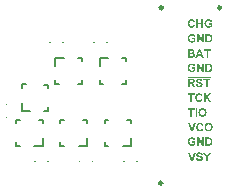
<source format=gto>
G04*
G04 #@! TF.GenerationSoftware,Altium Limited,Altium Designer,23.10.1 (27)*
G04*
G04 Layer_Color=65535*
%FSLAX44Y44*%
%MOMM*%
G71*
G04*
G04 #@! TF.SameCoordinates,8A1B99A7-8AA4-4D58-B7F6-5934CCCD9AE1*
G04*
G04*
G04 #@! TF.FilePolarity,Positive*
G04*
G01*
G75*
%ADD10C,0.2800*%
%ADD11C,0.1000*%
%ADD12C,0.1270*%
G36*
X169944Y34769D02*
X170058Y34762D01*
X170180Y34747D01*
X170325Y34731D01*
X170478Y34701D01*
X170630Y34670D01*
X170798Y34632D01*
X170965Y34587D01*
X171125Y34533D01*
X171285Y34465D01*
X171445Y34381D01*
X171590Y34297D01*
X171720Y34190D01*
X171727Y34183D01*
X171750Y34167D01*
X171780Y34129D01*
X171826Y34084D01*
X171880Y34030D01*
X171933Y33954D01*
X171994Y33870D01*
X172062Y33779D01*
X172123Y33672D01*
X172184Y33558D01*
X172245Y33428D01*
X172299Y33291D01*
X172352Y33146D01*
X172390Y32986D01*
X172413Y32819D01*
X172428Y32643D01*
X171011Y32590D01*
Y32598D01*
X171003Y32613D01*
Y32643D01*
X170996Y32674D01*
X170980Y32720D01*
X170965Y32773D01*
X170927Y32887D01*
X170874Y33009D01*
X170805Y33139D01*
X170721Y33261D01*
X170615Y33360D01*
X170599Y33367D01*
X170561Y33398D01*
X170493Y33436D01*
X170394Y33482D01*
X170264Y33527D01*
X170112Y33565D01*
X169929Y33596D01*
X169715Y33604D01*
X169617D01*
X169563Y33596D01*
X169502Y33588D01*
X169357Y33573D01*
X169205Y33543D01*
X169037Y33497D01*
X168885Y33428D01*
X168740Y33345D01*
X168732Y33337D01*
X168710Y33314D01*
X168672Y33276D01*
X168633Y33230D01*
X168588Y33169D01*
X168557Y33093D01*
X168527Y33009D01*
X168519Y32910D01*
Y32903D01*
Y32872D01*
X168527Y32819D01*
X168542Y32765D01*
X168573Y32697D01*
X168603Y32621D01*
X168656Y32552D01*
X168725Y32483D01*
X168740Y32476D01*
X168755Y32461D01*
X168786Y32445D01*
X168816Y32422D01*
X168862Y32400D01*
X168923Y32369D01*
X168992Y32339D01*
X169068Y32308D01*
X169159Y32270D01*
X169266Y32232D01*
X169388Y32194D01*
X169525Y32148D01*
X169677Y32102D01*
X169845Y32057D01*
X170028Y32011D01*
X170043D01*
X170074Y32003D01*
X170127Y31988D01*
X170196Y31973D01*
X170287Y31950D01*
X170378Y31920D01*
X170493Y31889D01*
X170607Y31859D01*
X170858Y31782D01*
X171110Y31699D01*
X171232Y31653D01*
X171354Y31607D01*
X171460Y31554D01*
X171560Y31508D01*
X171567D01*
X171582Y31493D01*
X171605Y31478D01*
X171643Y31462D01*
X171735Y31401D01*
X171849Y31325D01*
X171971Y31219D01*
X172101Y31097D01*
X172230Y30952D01*
X172344Y30792D01*
Y30784D01*
X172360Y30769D01*
X172367Y30746D01*
X172390Y30708D01*
X172413Y30662D01*
X172436Y30609D01*
X172459Y30548D01*
X172489Y30479D01*
X172512Y30403D01*
X172535Y30319D01*
X172581Y30129D01*
X172611Y29908D01*
X172626Y29672D01*
Y29664D01*
Y29649D01*
Y29611D01*
X172619Y29573D01*
Y29519D01*
X172611Y29451D01*
X172596Y29382D01*
X172581Y29306D01*
X172542Y29131D01*
X172482Y28940D01*
X172398Y28742D01*
X172344Y28635D01*
X172283Y28536D01*
Y28529D01*
X172268Y28514D01*
X172245Y28483D01*
X172222Y28452D01*
X172184Y28407D01*
X172146Y28353D01*
X172040Y28239D01*
X171903Y28117D01*
X171742Y27980D01*
X171552Y27858D01*
X171331Y27752D01*
X171323D01*
X171301Y27744D01*
X171270Y27729D01*
X171224Y27713D01*
X171163Y27690D01*
X171087Y27675D01*
X171003Y27652D01*
X170912Y27629D01*
X170805Y27599D01*
X170691Y27576D01*
X170561Y27561D01*
X170424Y27538D01*
X170287Y27523D01*
X170127Y27508D01*
X169967Y27500D01*
X169738D01*
X169670Y27508D01*
X169578D01*
X169472Y27515D01*
X169342Y27531D01*
X169197Y27553D01*
X169045Y27576D01*
X168877Y27607D01*
X168710Y27652D01*
X168542Y27698D01*
X168374Y27759D01*
X168207Y27828D01*
X168047Y27912D01*
X167894Y28003D01*
X167750Y28110D01*
X167742Y28117D01*
X167719Y28140D01*
X167681Y28178D01*
X167635Y28224D01*
X167582Y28293D01*
X167513Y28369D01*
X167445Y28460D01*
X167376Y28567D01*
X167300Y28689D01*
X167224Y28818D01*
X167155Y28971D01*
X167087Y29131D01*
X167026Y29306D01*
X166972Y29489D01*
X166927Y29695D01*
X166896Y29908D01*
X168275Y30045D01*
Y30038D01*
X168283Y30015D01*
X168291Y29976D01*
X168298Y29931D01*
X168313Y29870D01*
X168336Y29809D01*
X168382Y29657D01*
X168451Y29489D01*
X168542Y29314D01*
X168649Y29153D01*
X168710Y29085D01*
X168778Y29016D01*
X168786D01*
X168794Y29001D01*
X168816Y28986D01*
X168847Y28963D01*
X168885Y28940D01*
X168938Y28917D01*
X168992Y28887D01*
X169053Y28856D01*
X169205Y28795D01*
X169380Y28750D01*
X169586Y28712D01*
X169815Y28696D01*
X169883D01*
X169929Y28704D01*
X169990D01*
X170051Y28712D01*
X170203Y28734D01*
X170371Y28765D01*
X170546Y28818D01*
X170714Y28887D01*
X170790Y28933D01*
X170858Y28986D01*
X170866D01*
X170874Y29001D01*
X170912Y29039D01*
X170973Y29100D01*
X171034Y29176D01*
X171095Y29276D01*
X171156Y29397D01*
X171194Y29527D01*
X171209Y29595D01*
Y29664D01*
Y29672D01*
Y29710D01*
X171201Y29755D01*
X171194Y29809D01*
X171171Y29877D01*
X171148Y29954D01*
X171110Y30022D01*
X171057Y30091D01*
X171049Y30098D01*
X171026Y30121D01*
X170988Y30152D01*
X170942Y30198D01*
X170866Y30243D01*
X170782Y30296D01*
X170676Y30342D01*
X170546Y30396D01*
X170531Y30403D01*
X170516D01*
X170493Y30411D01*
X170462Y30419D01*
X170417Y30434D01*
X170371Y30449D01*
X170310Y30464D01*
X170241Y30487D01*
X170158Y30510D01*
X170066Y30533D01*
X169959Y30563D01*
X169845Y30594D01*
X169715Y30624D01*
X169571Y30662D01*
X169411Y30700D01*
X169396D01*
X169357Y30716D01*
X169304Y30731D01*
X169228Y30754D01*
X169129Y30777D01*
X169022Y30815D01*
X168908Y30853D01*
X168786Y30891D01*
X168519Y30998D01*
X168253Y31112D01*
X168131Y31181D01*
X168009Y31249D01*
X167902Y31318D01*
X167810Y31394D01*
X167803Y31401D01*
X167780Y31424D01*
X167750Y31455D01*
X167712Y31500D01*
X167658Y31554D01*
X167605Y31622D01*
X167544Y31699D01*
X167491Y31790D01*
X167430Y31889D01*
X167369Y31996D01*
X167315Y32118D01*
X167262Y32240D01*
X167224Y32369D01*
X167193Y32514D01*
X167170Y32659D01*
X167163Y32811D01*
Y32819D01*
Y32834D01*
Y32864D01*
X167170Y32903D01*
Y32948D01*
X167178Y33009D01*
X167201Y33139D01*
X167239Y33291D01*
X167292Y33466D01*
X167369Y33642D01*
X167468Y33817D01*
Y33825D01*
X167483Y33840D01*
X167498Y33863D01*
X167521Y33893D01*
X167597Y33977D01*
X167689Y34084D01*
X167818Y34198D01*
X167963Y34312D01*
X168146Y34427D01*
X168344Y34526D01*
X168351D01*
X168367Y34533D01*
X168405Y34548D01*
X168443Y34564D01*
X168504Y34587D01*
X168565Y34602D01*
X168641Y34625D01*
X168732Y34655D01*
X168832Y34678D01*
X168931Y34701D01*
X169045Y34716D01*
X169167Y34739D01*
X169304Y34754D01*
X169434Y34769D01*
X169731Y34777D01*
X169860D01*
X169944Y34769D01*
D02*
G37*
G36*
X177084Y30578D02*
Y27629D01*
X175667D01*
Y30586D01*
X173099Y34663D01*
X174768D01*
X176413Y31881D01*
X178021Y34663D01*
X179652D01*
X177084Y30578D01*
D02*
G37*
G36*
X164031Y27629D02*
X162507D01*
X160000Y34663D01*
X161532D01*
X163315Y29458D01*
X165037Y34663D01*
X166546D01*
X164031Y27629D01*
D02*
G37*
G36*
X163522Y47542D02*
X163636Y47534D01*
X163766Y47519D01*
X163903Y47504D01*
X164055Y47481D01*
X164215Y47451D01*
X164383Y47413D01*
X164551Y47375D01*
X164726Y47321D01*
X164893Y47252D01*
X165054Y47184D01*
X165206Y47100D01*
X165351Y47001D01*
X165358Y46993D01*
X165381Y46978D01*
X165419Y46948D01*
X165473Y46902D01*
X165526Y46841D01*
X165595Y46780D01*
X165671Y46696D01*
X165747Y46605D01*
X165831Y46506D01*
X165907Y46392D01*
X165991Y46262D01*
X166067Y46132D01*
X166136Y45988D01*
X166204Y45828D01*
X166257Y45660D01*
X166303Y45485D01*
X164893Y45218D01*
Y45226D01*
X164886Y45241D01*
X164878Y45271D01*
X164863Y45302D01*
X164848Y45347D01*
X164825Y45401D01*
X164764Y45515D01*
X164688Y45645D01*
X164589Y45782D01*
X164474Y45911D01*
X164330Y46033D01*
X164322D01*
X164314Y46049D01*
X164291Y46064D01*
X164253Y46079D01*
X164215Y46102D01*
X164170Y46132D01*
X164109Y46155D01*
X164048Y46186D01*
X163903Y46239D01*
X163728Y46292D01*
X163529Y46323D01*
X163309Y46338D01*
X163217D01*
X163156Y46330D01*
X163080Y46323D01*
X162988Y46308D01*
X162882Y46285D01*
X162775Y46262D01*
X162661Y46231D01*
X162539Y46193D01*
X162417Y46148D01*
X162295Y46087D01*
X162173Y46018D01*
X162051Y45942D01*
X161937Y45851D01*
X161830Y45744D01*
X161823Y45736D01*
X161807Y45713D01*
X161777Y45683D01*
X161746Y45630D01*
X161701Y45568D01*
X161655Y45492D01*
X161609Y45409D01*
X161556Y45302D01*
X161503Y45188D01*
X161457Y45058D01*
X161411Y44913D01*
X161365Y44753D01*
X161335Y44585D01*
X161304Y44403D01*
X161289Y44205D01*
X161282Y43991D01*
Y43976D01*
Y43938D01*
X161289Y43869D01*
Y43785D01*
X161297Y43679D01*
X161312Y43565D01*
X161327Y43427D01*
X161350Y43282D01*
X161381Y43138D01*
X161419Y42978D01*
X161465Y42825D01*
X161518Y42665D01*
X161579Y42513D01*
X161655Y42368D01*
X161739Y42231D01*
X161838Y42109D01*
X161845Y42101D01*
X161861Y42086D01*
X161899Y42048D01*
X161937Y42010D01*
X161998Y41964D01*
X162059Y41911D01*
X162143Y41858D01*
X162227Y41797D01*
X162326Y41736D01*
X162440Y41682D01*
X162554Y41629D01*
X162684Y41583D01*
X162829Y41545D01*
X162973Y41515D01*
X163126Y41492D01*
X163293Y41484D01*
X163370D01*
X163408Y41492D01*
X163461D01*
X163575Y41507D01*
X163712Y41530D01*
X163857Y41560D01*
X164017Y41599D01*
X164185Y41659D01*
X164193D01*
X164208Y41667D01*
X164231Y41675D01*
X164261Y41690D01*
X164345Y41728D01*
X164452Y41781D01*
X164573Y41842D01*
X164703Y41911D01*
X164832Y41987D01*
X164962Y42079D01*
Y42978D01*
X163339D01*
Y44166D01*
X166395D01*
Y41355D01*
X166387Y41347D01*
X166372Y41339D01*
X166349Y41317D01*
X166311Y41286D01*
X166265Y41248D01*
X166212Y41202D01*
X166143Y41157D01*
X166067Y41103D01*
X165975Y41042D01*
X165884Y40981D01*
X165777Y40920D01*
X165655Y40859D01*
X165534Y40791D01*
X165396Y40730D01*
X165252Y40661D01*
X165099Y40600D01*
X165092D01*
X165061Y40585D01*
X165015Y40570D01*
X164954Y40547D01*
X164878Y40524D01*
X164787Y40494D01*
X164680Y40471D01*
X164566Y40440D01*
X164444Y40410D01*
X164307Y40379D01*
X164170Y40349D01*
X164017Y40326D01*
X163705Y40288D01*
X163545Y40280D01*
X163385Y40273D01*
X163278D01*
X163202Y40280D01*
X163103Y40288D01*
X162988Y40296D01*
X162867Y40311D01*
X162729Y40334D01*
X162585Y40356D01*
X162432Y40387D01*
X162272Y40425D01*
X162105Y40463D01*
X161937Y40517D01*
X161777Y40577D01*
X161617Y40646D01*
X161457Y40730D01*
X161449Y40737D01*
X161419Y40753D01*
X161381Y40775D01*
X161320Y40814D01*
X161259Y40867D01*
X161175Y40920D01*
X161091Y40989D01*
X161000Y41073D01*
X160901Y41157D01*
X160802Y41256D01*
X160695Y41370D01*
X160596Y41484D01*
X160497Y41614D01*
X160398Y41751D01*
X160314Y41896D01*
X160230Y42056D01*
X160222Y42063D01*
X160215Y42094D01*
X160192Y42140D01*
X160169Y42208D01*
X160139Y42284D01*
X160100Y42383D01*
X160062Y42490D01*
X160024Y42612D01*
X159986Y42749D01*
X159948Y42894D01*
X159918Y43046D01*
X159880Y43206D01*
X159857Y43382D01*
X159834Y43557D01*
X159826Y43740D01*
X159819Y43930D01*
Y43945D01*
Y43976D01*
Y44037D01*
X159826Y44113D01*
X159834Y44212D01*
X159841Y44327D01*
X159857Y44448D01*
X159880Y44585D01*
X159902Y44730D01*
X159933Y44890D01*
X159971Y45050D01*
X160009Y45218D01*
X160062Y45386D01*
X160123Y45553D01*
X160192Y45721D01*
X160276Y45881D01*
X160283Y45889D01*
X160299Y45919D01*
X160322Y45965D01*
X160360Y46026D01*
X160413Y46094D01*
X160466Y46178D01*
X160535Y46270D01*
X160619Y46369D01*
X160702Y46475D01*
X160809Y46582D01*
X160916Y46689D01*
X161038Y46803D01*
X161167Y46910D01*
X161312Y47009D01*
X161465Y47108D01*
X161625Y47199D01*
X161632Y47207D01*
X161655Y47214D01*
X161693Y47230D01*
X161746Y47252D01*
X161815Y47283D01*
X161891Y47313D01*
X161983Y47344D01*
X162089Y47375D01*
X162204Y47405D01*
X162333Y47435D01*
X162470Y47466D01*
X162623Y47496D01*
X162783Y47519D01*
X162950Y47534D01*
X163126Y47550D01*
X163438D01*
X163522Y47542D01*
D02*
G37*
G36*
X173298Y40402D02*
X171881D01*
X169031Y45020D01*
Y40402D01*
X167721D01*
Y47435D01*
X169092D01*
X171988Y42711D01*
Y47435D01*
X173298D01*
Y40402D01*
D02*
G37*
G36*
X177611Y47428D02*
X177787D01*
X177886Y47420D01*
X178099Y47405D01*
X178320Y47375D01*
X178533Y47344D01*
X178632Y47321D01*
X178724Y47298D01*
X178731D01*
X178754Y47291D01*
X178785Y47275D01*
X178831Y47260D01*
X178884Y47245D01*
X178945Y47214D01*
X179090Y47146D01*
X179257Y47062D01*
X179433Y46948D01*
X179608Y46811D01*
X179783Y46651D01*
X179791Y46643D01*
X179806Y46628D01*
X179829Y46605D01*
X179859Y46567D01*
X179890Y46521D01*
X179935Y46468D01*
X179981Y46407D01*
X180034Y46330D01*
X180088Y46254D01*
X180141Y46171D01*
X180255Y45972D01*
X180362Y45751D01*
X180453Y45508D01*
Y45500D01*
X180461Y45477D01*
X180476Y45439D01*
X180492Y45386D01*
X180507Y45325D01*
X180530Y45241D01*
X180553Y45149D01*
X180576Y45050D01*
X180591Y44936D01*
X180614Y44806D01*
X180636Y44669D01*
X180652Y44525D01*
X180667Y44365D01*
X180682Y44205D01*
X180690Y44029D01*
Y43846D01*
Y43839D01*
Y43808D01*
Y43763D01*
Y43702D01*
X180682Y43625D01*
Y43542D01*
X180674Y43443D01*
X180659Y43336D01*
X180636Y43100D01*
X180598Y42848D01*
X180545Y42597D01*
X180469Y42353D01*
Y42345D01*
X180453Y42322D01*
X180438Y42277D01*
X180423Y42223D01*
X180393Y42162D01*
X180362Y42086D01*
X180324Y42002D01*
X180278Y41911D01*
X180172Y41713D01*
X180042Y41507D01*
X179890Y41301D01*
X179714Y41111D01*
X179707Y41103D01*
X179699Y41096D01*
X179676Y41073D01*
X179646Y41050D01*
X179608Y41019D01*
X179570Y40981D01*
X179516Y40943D01*
X179455Y40905D01*
X179310Y40814D01*
X179143Y40722D01*
X178945Y40631D01*
X178724Y40547D01*
X178716D01*
X178701Y40539D01*
X178678Y40532D01*
X178640Y40524D01*
X178594Y40517D01*
X178533Y40501D01*
X178465Y40486D01*
X178389Y40478D01*
X178305Y40463D01*
X178213Y40448D01*
X178107Y40433D01*
X177992Y40425D01*
X177878Y40417D01*
X177748Y40410D01*
X177611Y40402D01*
X174799D01*
Y47435D01*
X177535D01*
X177611Y47428D01*
D02*
G37*
G36*
X170424Y59770D02*
X170516Y59762D01*
X170622Y59754D01*
X170752Y59739D01*
X170897Y59716D01*
X171049Y59678D01*
X171209Y59640D01*
X171377Y59587D01*
X171552Y59526D01*
X171727Y59449D01*
X171903Y59366D01*
X172078Y59259D01*
X172238Y59145D01*
X172398Y59008D01*
X172405Y59000D01*
X172421Y58985D01*
X172444Y58962D01*
X172474Y58924D01*
X172520Y58878D01*
X172565Y58825D01*
X172611Y58756D01*
X172672Y58680D01*
X172725Y58588D01*
X172786Y58497D01*
X172847Y58390D01*
X172908Y58276D01*
X172962Y58146D01*
X173023Y58017D01*
X173076Y57872D01*
X173122Y57720D01*
X171720Y57384D01*
Y57392D01*
X171712Y57407D01*
X171704Y57438D01*
X171697Y57476D01*
X171681Y57522D01*
X171659Y57575D01*
X171605Y57697D01*
X171537Y57834D01*
X171445Y57979D01*
X171331Y58116D01*
X171194Y58246D01*
X171186Y58253D01*
X171179Y58261D01*
X171156Y58276D01*
X171125Y58299D01*
X171087Y58322D01*
X171041Y58344D01*
X170927Y58405D01*
X170782Y58467D01*
X170622Y58512D01*
X170439Y58550D01*
X170234Y58566D01*
X170158D01*
X170104Y58558D01*
X170036Y58550D01*
X169959Y58535D01*
X169876Y58520D01*
X169784Y58497D01*
X169685Y58467D01*
X169578Y58428D01*
X169472Y58383D01*
X169365Y58329D01*
X169258Y58261D01*
X169159Y58184D01*
X169053Y58101D01*
X168961Y58002D01*
X168953Y57994D01*
X168938Y57979D01*
X168915Y57941D01*
X168885Y57895D01*
X168847Y57834D01*
X168809Y57758D01*
X168763Y57666D01*
X168725Y57560D01*
X168679Y57445D01*
X168633Y57308D01*
X168595Y57163D01*
X168557Y56996D01*
X168527Y56813D01*
X168504Y56622D01*
X168489Y56409D01*
X168481Y56181D01*
Y56165D01*
Y56119D01*
Y56051D01*
X168489Y55967D01*
X168496Y55853D01*
X168504Y55731D01*
X168519Y55594D01*
X168542Y55441D01*
X168595Y55129D01*
X168633Y54977D01*
X168679Y54816D01*
X168732Y54664D01*
X168801Y54527D01*
X168870Y54397D01*
X168953Y54283D01*
X168961Y54275D01*
X168976Y54260D01*
X169007Y54230D01*
X169037Y54192D01*
X169091Y54153D01*
X169144Y54108D01*
X169213Y54054D01*
X169289Y54001D01*
X169373Y53948D01*
X169472Y53895D01*
X169571Y53849D01*
X169685Y53811D01*
X169799Y53773D01*
X169929Y53742D01*
X170066Y53727D01*
X170203Y53719D01*
X170257D01*
X170295Y53727D01*
X170348D01*
X170401Y53742D01*
X170539Y53765D01*
X170691Y53811D01*
X170851Y53872D01*
X171011Y53963D01*
X171095Y54016D01*
X171171Y54077D01*
X171179Y54085D01*
X171186Y54093D01*
X171209Y54115D01*
X171239Y54146D01*
X171270Y54184D01*
X171308Y54230D01*
X171354Y54291D01*
X171399Y54352D01*
X171445Y54428D01*
X171499Y54512D01*
X171544Y54603D01*
X171598Y54710D01*
X171643Y54816D01*
X171689Y54938D01*
X171727Y55076D01*
X171765Y55213D01*
X173144Y54786D01*
Y54771D01*
X173129Y54733D01*
X173114Y54679D01*
X173084Y54595D01*
X173046Y54504D01*
X173007Y54390D01*
X172954Y54268D01*
X172893Y54138D01*
X172824Y54001D01*
X172748Y53856D01*
X172657Y53712D01*
X172565Y53574D01*
X172459Y53430D01*
X172344Y53300D01*
X172222Y53178D01*
X172085Y53064D01*
X172078Y53056D01*
X172055Y53041D01*
X172009Y53011D01*
X171956Y52980D01*
X171880Y52934D01*
X171796Y52889D01*
X171697Y52835D01*
X171575Y52790D01*
X171453Y52736D01*
X171308Y52683D01*
X171156Y52637D01*
X170988Y52591D01*
X170813Y52561D01*
X170622Y52530D01*
X170424Y52515D01*
X170218Y52508D01*
X170158D01*
X170081Y52515D01*
X169982Y52523D01*
X169868Y52538D01*
X169731Y52561D01*
X169571Y52584D01*
X169403Y52629D01*
X169228Y52675D01*
X169037Y52744D01*
X168847Y52820D01*
X168656Y52912D01*
X168466Y53018D01*
X168275Y53148D01*
X168092Y53292D01*
X167917Y53460D01*
X167910Y53468D01*
X167879Y53506D01*
X167833Y53559D01*
X167780Y53635D01*
X167712Y53734D01*
X167635Y53849D01*
X167551Y53986D01*
X167468Y54146D01*
X167384Y54321D01*
X167300Y54519D01*
X167224Y54733D01*
X167155Y54969D01*
X167102Y55220D01*
X167056Y55487D01*
X167026Y55769D01*
X167018Y56074D01*
Y56081D01*
Y56097D01*
Y56119D01*
Y56150D01*
Y56196D01*
X167026Y56241D01*
X167033Y56363D01*
X167048Y56508D01*
X167064Y56683D01*
X167094Y56874D01*
X167132Y57072D01*
X167178Y57293D01*
X167239Y57514D01*
X167308Y57743D01*
X167399Y57971D01*
X167498Y58192D01*
X167620Y58405D01*
X167757Y58611D01*
X167917Y58802D01*
X167925Y58809D01*
X167963Y58847D01*
X168009Y58893D01*
X168085Y58954D01*
X168176Y59030D01*
X168283Y59114D01*
X168412Y59198D01*
X168557Y59289D01*
X168717Y59381D01*
X168900Y59472D01*
X169091Y59549D01*
X169304Y59625D01*
X169533Y59686D01*
X169776Y59739D01*
X170036Y59770D01*
X170302Y59777D01*
X170363D01*
X170424Y59770D01*
D02*
G37*
G36*
X164031Y52629D02*
X162507D01*
X160000Y59663D01*
X161532D01*
X163315Y54458D01*
X165037Y59663D01*
X166546D01*
X164031Y52629D01*
D02*
G37*
G36*
X177625Y59770D02*
X177732Y59762D01*
X177861Y59747D01*
X178014Y59724D01*
X178181Y59693D01*
X178364Y59655D01*
X178562Y59602D01*
X178761Y59541D01*
X178966Y59465D01*
X179180Y59366D01*
X179385Y59259D01*
X179583Y59129D01*
X179774Y58977D01*
X179957Y58809D01*
X179964Y58802D01*
X179995Y58764D01*
X180041Y58710D01*
X180102Y58634D01*
X180178Y58535D01*
X180254Y58413D01*
X180338Y58276D01*
X180429Y58108D01*
X180513Y57933D01*
X180597Y57727D01*
X180681Y57506D01*
X180749Y57270D01*
X180810Y57011D01*
X180856Y56737D01*
X180886Y56439D01*
X180894Y56127D01*
Y56119D01*
Y56104D01*
Y56081D01*
Y56051D01*
Y56013D01*
X180886Y55967D01*
X180879Y55845D01*
X180864Y55700D01*
X180848Y55540D01*
X180818Y55350D01*
X180780Y55152D01*
X180726Y54946D01*
X180665Y54725D01*
X180589Y54504D01*
X180505Y54283D01*
X180399Y54062D01*
X180269Y53849D01*
X180132Y53651D01*
X179964Y53460D01*
X179957Y53453D01*
X179919Y53422D01*
X179873Y53369D01*
X179797Y53308D01*
X179705Y53239D01*
X179591Y53155D01*
X179461Y53071D01*
X179309Y52980D01*
X179142Y52889D01*
X178959Y52805D01*
X178753Y52721D01*
X178532Y52652D01*
X178296Y52591D01*
X178044Y52538D01*
X177770Y52508D01*
X177488Y52500D01*
X177419D01*
X177335Y52508D01*
X177229Y52515D01*
X177099Y52530D01*
X176939Y52553D01*
X176772Y52576D01*
X176589Y52622D01*
X176391Y52668D01*
X176192Y52736D01*
X175979Y52812D01*
X175773Y52904D01*
X175568Y53011D01*
X175370Y53140D01*
X175179Y53285D01*
X174996Y53453D01*
X174989Y53468D01*
X174958Y53498D01*
X174912Y53552D01*
X174851Y53628D01*
X174783Y53727D01*
X174707Y53849D01*
X174623Y53986D01*
X174539Y54146D01*
X174447Y54321D01*
X174364Y54519D01*
X174287Y54733D01*
X174219Y54969D01*
X174158Y55220D01*
X174112Y55495D01*
X174082Y55784D01*
X174074Y56089D01*
Y56104D01*
Y56135D01*
Y56196D01*
X174082Y56272D01*
Y56363D01*
X174089Y56470D01*
X174105Y56584D01*
X174112Y56722D01*
X174135Y56859D01*
X174150Y57003D01*
X174211Y57308D01*
X174287Y57605D01*
X174341Y57758D01*
X174394Y57895D01*
Y57903D01*
X174402Y57918D01*
X174417Y57948D01*
X174440Y57986D01*
X174463Y58032D01*
X174493Y58085D01*
X174562Y58223D01*
X174653Y58367D01*
X174768Y58535D01*
X174897Y58695D01*
X175042Y58863D01*
X175049Y58870D01*
X175065Y58878D01*
X175088Y58901D01*
X175118Y58931D01*
X175156Y58969D01*
X175202Y59008D01*
X175316Y59099D01*
X175446Y59206D01*
X175606Y59312D01*
X175773Y59411D01*
X175956Y59495D01*
X175964D01*
X175987Y59510D01*
X176025Y59518D01*
X176071Y59541D01*
X176132Y59564D01*
X176208Y59587D01*
X176292Y59609D01*
X176391Y59640D01*
X176497Y59663D01*
X176612Y59686D01*
X176741Y59708D01*
X176871Y59731D01*
X177160Y59762D01*
X177473Y59777D01*
X177541D01*
X177625Y59770D01*
D02*
G37*
G36*
X177718Y147542D02*
X177832Y147535D01*
X177962Y147519D01*
X178099Y147504D01*
X178251Y147481D01*
X178411Y147451D01*
X178579Y147413D01*
X178747Y147374D01*
X178922Y147321D01*
X179090Y147253D01*
X179250Y147184D01*
X179402Y147100D01*
X179547Y147001D01*
X179554Y146994D01*
X179577Y146978D01*
X179615Y146948D01*
X179669Y146902D01*
X179722Y146841D01*
X179791Y146780D01*
X179867Y146696D01*
X179943Y146605D01*
X180027Y146506D01*
X180103Y146391D01*
X180187Y146262D01*
X180263Y146132D01*
X180332Y145988D01*
X180400Y145828D01*
X180453Y145660D01*
X180499Y145485D01*
X179090Y145218D01*
Y145226D01*
X179082Y145241D01*
X179074Y145271D01*
X179059Y145302D01*
X179044Y145347D01*
X179021Y145401D01*
X178960Y145515D01*
X178884Y145645D01*
X178785Y145782D01*
X178671Y145911D01*
X178526Y146033D01*
X178518D01*
X178510Y146049D01*
X178488Y146064D01*
X178449Y146079D01*
X178411Y146102D01*
X178366Y146132D01*
X178305Y146155D01*
X178244Y146186D01*
X178099Y146239D01*
X177924Y146292D01*
X177726Y146323D01*
X177505Y146338D01*
X177413D01*
X177352Y146330D01*
X177276Y146323D01*
X177185Y146308D01*
X177078Y146285D01*
X176971Y146262D01*
X176857Y146231D01*
X176735Y146193D01*
X176613Y146148D01*
X176491Y146087D01*
X176369Y146018D01*
X176247Y145942D01*
X176133Y145850D01*
X176026Y145744D01*
X176019Y145736D01*
X176003Y145713D01*
X175973Y145683D01*
X175942Y145630D01*
X175897Y145569D01*
X175851Y145492D01*
X175805Y145408D01*
X175752Y145302D01*
X175699Y145188D01*
X175653Y145058D01*
X175607Y144913D01*
X175562Y144753D01*
X175531Y144586D01*
X175501Y144403D01*
X175485Y144205D01*
X175478Y143991D01*
Y143976D01*
Y143938D01*
X175485Y143869D01*
Y143785D01*
X175493Y143679D01*
X175508Y143565D01*
X175523Y143427D01*
X175546Y143282D01*
X175577Y143138D01*
X175615Y142978D01*
X175661Y142825D01*
X175714Y142665D01*
X175775Y142513D01*
X175851Y142368D01*
X175935Y142231D01*
X176034Y142109D01*
X176042Y142101D01*
X176057Y142086D01*
X176095Y142048D01*
X176133Y142010D01*
X176194Y141964D01*
X176255Y141911D01*
X176339Y141858D01*
X176423Y141797D01*
X176522Y141736D01*
X176636Y141682D01*
X176750Y141629D01*
X176880Y141583D01*
X177024Y141545D01*
X177169Y141515D01*
X177322Y141492D01*
X177489Y141484D01*
X177566D01*
X177604Y141492D01*
X177657D01*
X177771Y141507D01*
X177908Y141530D01*
X178053Y141560D01*
X178213Y141599D01*
X178381Y141659D01*
X178389D01*
X178404Y141667D01*
X178427Y141675D01*
X178457Y141690D01*
X178541Y141728D01*
X178648Y141781D01*
X178769Y141842D01*
X178899Y141911D01*
X179029Y141987D01*
X179158Y142079D01*
Y142978D01*
X177535D01*
Y144166D01*
X180591D01*
Y141355D01*
X180583Y141347D01*
X180568Y141339D01*
X180545Y141317D01*
X180507Y141286D01*
X180461Y141248D01*
X180408Y141202D01*
X180339Y141157D01*
X180263Y141103D01*
X180172Y141042D01*
X180080Y140981D01*
X179974Y140920D01*
X179852Y140859D01*
X179730Y140791D01*
X179592Y140730D01*
X179448Y140661D01*
X179295Y140600D01*
X179288D01*
X179257Y140585D01*
X179212Y140570D01*
X179151Y140547D01*
X179074Y140524D01*
X178983Y140494D01*
X178876Y140471D01*
X178762Y140440D01*
X178640Y140410D01*
X178503Y140379D01*
X178366Y140349D01*
X178213Y140326D01*
X177901Y140288D01*
X177741Y140280D01*
X177581Y140273D01*
X177474D01*
X177398Y140280D01*
X177299Y140288D01*
X177185Y140295D01*
X177063Y140311D01*
X176926Y140334D01*
X176781Y140356D01*
X176628Y140387D01*
X176468Y140425D01*
X176301Y140463D01*
X176133Y140517D01*
X175973Y140577D01*
X175813Y140646D01*
X175653Y140730D01*
X175645Y140737D01*
X175615Y140753D01*
X175577Y140775D01*
X175516Y140814D01*
X175455Y140867D01*
X175371Y140920D01*
X175287Y140989D01*
X175196Y141073D01*
X175097Y141157D01*
X174998Y141256D01*
X174891Y141370D01*
X174792Y141484D01*
X174693Y141614D01*
X174594Y141751D01*
X174510Y141896D01*
X174426Y142056D01*
X174419Y142063D01*
X174411Y142094D01*
X174388Y142140D01*
X174365Y142208D01*
X174335Y142284D01*
X174297Y142383D01*
X174258Y142490D01*
X174220Y142612D01*
X174182Y142749D01*
X174144Y142894D01*
X174114Y143046D01*
X174076Y143206D01*
X174053Y143382D01*
X174030Y143557D01*
X174022Y143740D01*
X174015Y143930D01*
Y143946D01*
Y143976D01*
Y144037D01*
X174022Y144113D01*
X174030Y144212D01*
X174037Y144326D01*
X174053Y144448D01*
X174076Y144586D01*
X174098Y144730D01*
X174129Y144890D01*
X174167Y145050D01*
X174205Y145218D01*
X174258Y145386D01*
X174319Y145553D01*
X174388Y145721D01*
X174472Y145881D01*
X174480Y145889D01*
X174495Y145919D01*
X174518Y145965D01*
X174556Y146026D01*
X174609Y146094D01*
X174662Y146178D01*
X174731Y146270D01*
X174815Y146369D01*
X174899Y146475D01*
X175005Y146582D01*
X175112Y146689D01*
X175234Y146803D01*
X175363Y146910D01*
X175508Y147009D01*
X175661Y147108D01*
X175821Y147199D01*
X175828Y147207D01*
X175851Y147214D01*
X175889Y147230D01*
X175942Y147253D01*
X176011Y147283D01*
X176087Y147313D01*
X176179Y147344D01*
X176285Y147374D01*
X176400Y147405D01*
X176529Y147435D01*
X176666Y147466D01*
X176819Y147496D01*
X176979Y147519D01*
X177146Y147535D01*
X177322Y147550D01*
X177634D01*
X177718Y147542D01*
D02*
G37*
G36*
X163225D02*
X163316Y147535D01*
X163423Y147527D01*
X163552Y147512D01*
X163697Y147489D01*
X163850Y147451D01*
X164010Y147413D01*
X164177Y147359D01*
X164352Y147298D01*
X164528Y147222D01*
X164703Y147138D01*
X164878Y147032D01*
X165038Y146917D01*
X165198Y146780D01*
X165206Y146772D01*
X165221Y146757D01*
X165244Y146734D01*
X165275Y146696D01*
X165320Y146651D01*
X165366Y146597D01*
X165412Y146529D01*
X165473Y146452D01*
X165526Y146361D01*
X165587Y146270D01*
X165648Y146163D01*
X165709Y146049D01*
X165762Y145919D01*
X165823Y145789D01*
X165877Y145645D01*
X165922Y145492D01*
X164520Y145157D01*
Y145165D01*
X164513Y145180D01*
X164505Y145210D01*
X164497Y145248D01*
X164482Y145294D01*
X164459Y145347D01*
X164406Y145470D01*
X164337Y145607D01*
X164246Y145751D01*
X164132Y145889D01*
X163994Y146018D01*
X163987Y146026D01*
X163979Y146033D01*
X163956Y146049D01*
X163926Y146071D01*
X163888Y146094D01*
X163842Y146117D01*
X163728Y146178D01*
X163583Y146239D01*
X163423Y146285D01*
X163240Y146323D01*
X163034Y146338D01*
X162958D01*
X162905Y146330D01*
X162836Y146323D01*
X162760Y146308D01*
X162676Y146292D01*
X162585Y146270D01*
X162486Y146239D01*
X162379Y146201D01*
X162272Y146155D01*
X162166Y146102D01*
X162059Y146033D01*
X161960Y145957D01*
X161853Y145873D01*
X161762Y145774D01*
X161754Y145767D01*
X161739Y145751D01*
X161716Y145713D01*
X161686Y145668D01*
X161647Y145607D01*
X161609Y145530D01*
X161564Y145439D01*
X161525Y145332D01*
X161480Y145218D01*
X161434Y145081D01*
X161396Y144936D01*
X161358Y144768D01*
X161327Y144586D01*
X161304Y144395D01*
X161289Y144182D01*
X161282Y143953D01*
Y143938D01*
Y143892D01*
Y143823D01*
X161289Y143740D01*
X161297Y143625D01*
X161304Y143504D01*
X161320Y143366D01*
X161343Y143214D01*
X161396Y142901D01*
X161434Y142749D01*
X161480Y142589D01*
X161533Y142437D01*
X161602Y142299D01*
X161670Y142170D01*
X161754Y142056D01*
X161762Y142048D01*
X161777Y142033D01*
X161807Y142002D01*
X161838Y141964D01*
X161891Y141926D01*
X161945Y141880D01*
X162013Y141827D01*
X162089Y141774D01*
X162173Y141720D01*
X162272Y141667D01*
X162371Y141621D01*
X162486Y141583D01*
X162600Y141545D01*
X162729Y141515D01*
X162867Y141499D01*
X163004Y141492D01*
X163057D01*
X163095Y141499D01*
X163148D01*
X163202Y141515D01*
X163339Y141538D01*
X163491Y141583D01*
X163651Y141644D01*
X163811Y141736D01*
X163895Y141789D01*
X163972Y141850D01*
X163979Y141858D01*
X163987Y141865D01*
X164010Y141888D01*
X164040Y141918D01*
X164070Y141957D01*
X164109Y142002D01*
X164154Y142063D01*
X164200Y142124D01*
X164246Y142200D01*
X164299Y142284D01*
X164345Y142376D01*
X164398Y142482D01*
X164444Y142589D01*
X164490Y142711D01*
X164528Y142848D01*
X164566Y142985D01*
X165945Y142559D01*
Y142543D01*
X165930Y142505D01*
X165915Y142452D01*
X165884Y142368D01*
X165846Y142277D01*
X165808Y142162D01*
X165755Y142041D01*
X165694Y141911D01*
X165625Y141774D01*
X165549Y141629D01*
X165457Y141484D01*
X165366Y141347D01*
X165259Y141202D01*
X165145Y141073D01*
X165023Y140951D01*
X164886Y140836D01*
X164878Y140829D01*
X164855Y140814D01*
X164810Y140783D01*
X164756Y140753D01*
X164680Y140707D01*
X164596Y140661D01*
X164497Y140608D01*
X164375Y140562D01*
X164253Y140509D01*
X164109Y140456D01*
X163956Y140410D01*
X163789Y140364D01*
X163613Y140334D01*
X163423Y140303D01*
X163225Y140288D01*
X163019Y140280D01*
X162958D01*
X162882Y140288D01*
X162783Y140295D01*
X162668Y140311D01*
X162531Y140334D01*
X162371Y140356D01*
X162204Y140402D01*
X162028Y140448D01*
X161838Y140517D01*
X161647Y140593D01*
X161457Y140684D01*
X161266Y140791D01*
X161076Y140920D01*
X160893Y141065D01*
X160718Y141233D01*
X160710Y141240D01*
X160680Y141278D01*
X160634Y141332D01*
X160581Y141408D01*
X160512Y141507D01*
X160436Y141621D01*
X160352Y141758D01*
X160268Y141918D01*
X160184Y142094D01*
X160100Y142292D01*
X160024Y142505D01*
X159956Y142741D01*
X159902Y142993D01*
X159857Y143260D01*
X159826Y143542D01*
X159819Y143846D01*
Y143854D01*
Y143869D01*
Y143892D01*
Y143923D01*
Y143968D01*
X159826Y144014D01*
X159834Y144136D01*
X159849Y144281D01*
X159864Y144456D01*
X159895Y144647D01*
X159933Y144845D01*
X159979Y145066D01*
X160040Y145287D01*
X160108Y145515D01*
X160200Y145744D01*
X160299Y145965D01*
X160421Y146178D01*
X160558Y146384D01*
X160718Y146574D01*
X160725Y146582D01*
X160763Y146620D01*
X160809Y146666D01*
X160885Y146727D01*
X160977Y146803D01*
X161084Y146887D01*
X161213Y146971D01*
X161358Y147062D01*
X161518Y147154D01*
X161701Y147245D01*
X161891Y147321D01*
X162105Y147397D01*
X162333Y147458D01*
X162577Y147512D01*
X162836Y147542D01*
X163103Y147550D01*
X163164D01*
X163225Y147542D01*
D02*
G37*
G36*
X172788Y140402D02*
X171371D01*
Y143481D01*
X168582D01*
Y140402D01*
X167164D01*
Y147435D01*
X168582D01*
Y144669D01*
X171371D01*
Y147435D01*
X172788D01*
Y140402D01*
D02*
G37*
G36*
X167864Y65129D02*
X166446D01*
Y72163D01*
X167864D01*
Y65129D01*
D02*
G37*
G36*
X165578Y70974D02*
X163505D01*
Y65129D01*
X162088D01*
Y70974D01*
X160000D01*
Y72163D01*
X165578D01*
Y70974D01*
D02*
G37*
G36*
X172482Y72270D02*
X172588Y72262D01*
X172718Y72247D01*
X172870Y72224D01*
X173038Y72193D01*
X173221Y72155D01*
X173419Y72102D01*
X173617Y72041D01*
X173823Y71965D01*
X174036Y71866D01*
X174242Y71759D01*
X174440Y71629D01*
X174630Y71477D01*
X174813Y71309D01*
X174821Y71302D01*
X174851Y71264D01*
X174897Y71210D01*
X174958Y71134D01*
X175034Y71035D01*
X175110Y70913D01*
X175194Y70776D01*
X175286Y70608D01*
X175370Y70433D01*
X175453Y70227D01*
X175537Y70006D01*
X175606Y69770D01*
X175667Y69511D01*
X175713Y69237D01*
X175743Y68939D01*
X175751Y68627D01*
Y68619D01*
Y68604D01*
Y68581D01*
Y68551D01*
Y68513D01*
X175743Y68467D01*
X175735Y68345D01*
X175720Y68200D01*
X175705Y68040D01*
X175674Y67850D01*
X175636Y67652D01*
X175583Y67446D01*
X175522Y67225D01*
X175446Y67004D01*
X175362Y66783D01*
X175255Y66562D01*
X175126Y66349D01*
X174989Y66151D01*
X174821Y65960D01*
X174813Y65953D01*
X174775Y65922D01*
X174729Y65869D01*
X174653Y65808D01*
X174562Y65739D01*
X174447Y65655D01*
X174318Y65571D01*
X174166Y65480D01*
X173998Y65389D01*
X173815Y65305D01*
X173609Y65221D01*
X173388Y65152D01*
X173152Y65091D01*
X172901Y65038D01*
X172626Y65008D01*
X172344Y65000D01*
X172276D01*
X172192Y65008D01*
X172085Y65015D01*
X171956Y65030D01*
X171796Y65053D01*
X171628Y65076D01*
X171445Y65122D01*
X171247Y65168D01*
X171049Y65236D01*
X170836Y65312D01*
X170630Y65404D01*
X170424Y65511D01*
X170226Y65640D01*
X170036Y65785D01*
X169853Y65953D01*
X169845Y65968D01*
X169815Y65998D01*
X169769Y66052D01*
X169708Y66128D01*
X169639Y66227D01*
X169563Y66349D01*
X169479Y66486D01*
X169396Y66646D01*
X169304Y66821D01*
X169220Y67019D01*
X169144Y67233D01*
X169075Y67469D01*
X169014Y67720D01*
X168969Y67995D01*
X168938Y68284D01*
X168931Y68589D01*
Y68604D01*
Y68635D01*
Y68696D01*
X168938Y68772D01*
Y68863D01*
X168946Y68970D01*
X168961Y69084D01*
X168969Y69222D01*
X168992Y69359D01*
X169007Y69503D01*
X169068Y69808D01*
X169144Y70105D01*
X169197Y70258D01*
X169251Y70395D01*
Y70403D01*
X169258Y70418D01*
X169274Y70448D01*
X169296Y70486D01*
X169319Y70532D01*
X169350Y70585D01*
X169418Y70723D01*
X169510Y70867D01*
X169624Y71035D01*
X169754Y71195D01*
X169898Y71363D01*
X169906Y71370D01*
X169921Y71378D01*
X169944Y71401D01*
X169975Y71431D01*
X170013Y71469D01*
X170058Y71508D01*
X170173Y71599D01*
X170302Y71706D01*
X170462Y71812D01*
X170630Y71911D01*
X170813Y71995D01*
X170820D01*
X170843Y72010D01*
X170881Y72018D01*
X170927Y72041D01*
X170988Y72064D01*
X171064Y72087D01*
X171148Y72109D01*
X171247Y72140D01*
X171354Y72163D01*
X171468Y72186D01*
X171598Y72208D01*
X171727Y72231D01*
X172017Y72262D01*
X172329Y72277D01*
X172398D01*
X172482Y72270D01*
D02*
G37*
G36*
X169647Y84762D02*
X169738Y84754D01*
X169845Y84747D01*
X169975Y84731D01*
X170119Y84708D01*
X170272Y84670D01*
X170432Y84632D01*
X170599Y84579D01*
X170775Y84518D01*
X170950Y84442D01*
X171125Y84358D01*
X171301Y84251D01*
X171460Y84137D01*
X171621Y84000D01*
X171628Y83992D01*
X171643Y83977D01*
X171666Y83954D01*
X171697Y83916D01*
X171742Y83870D01*
X171788Y83817D01*
X171834Y83748D01*
X171895Y83672D01*
X171948Y83581D01*
X172009Y83489D01*
X172070Y83383D01*
X172131Y83268D01*
X172184Y83139D01*
X172245Y83009D01*
X172299Y82865D01*
X172344Y82712D01*
X170942Y82377D01*
Y82384D01*
X170935Y82400D01*
X170927Y82430D01*
X170919Y82468D01*
X170904Y82514D01*
X170881Y82567D01*
X170828Y82689D01*
X170760Y82826D01*
X170668Y82971D01*
X170554Y83108D01*
X170417Y83238D01*
X170409Y83245D01*
X170401Y83253D01*
X170378Y83268D01*
X170348Y83291D01*
X170310Y83314D01*
X170264Y83337D01*
X170150Y83398D01*
X170005Y83459D01*
X169845Y83505D01*
X169662Y83543D01*
X169456Y83558D01*
X169380D01*
X169327Y83550D01*
X169258Y83543D01*
X169182Y83527D01*
X169098Y83512D01*
X169007Y83489D01*
X168908Y83459D01*
X168801Y83421D01*
X168694Y83375D01*
X168588Y83322D01*
X168481Y83253D01*
X168382Y83177D01*
X168275Y83093D01*
X168184Y82994D01*
X168176Y82986D01*
X168161Y82971D01*
X168138Y82933D01*
X168108Y82887D01*
X168070Y82826D01*
X168032Y82750D01*
X167986Y82659D01*
X167948Y82552D01*
X167902Y82438D01*
X167856Y82301D01*
X167818Y82156D01*
X167780Y81988D01*
X167750Y81805D01*
X167727Y81615D01*
X167712Y81401D01*
X167704Y81173D01*
Y81158D01*
Y81112D01*
Y81043D01*
X167712Y80960D01*
X167719Y80845D01*
X167727Y80723D01*
X167742Y80586D01*
X167765Y80434D01*
X167818Y80121D01*
X167856Y79969D01*
X167902Y79809D01*
X167955Y79657D01*
X168024Y79519D01*
X168092Y79390D01*
X168176Y79275D01*
X168184Y79268D01*
X168199Y79253D01*
X168230Y79222D01*
X168260Y79184D01*
X168313Y79146D01*
X168367Y79100D01*
X168435Y79047D01*
X168512Y78994D01*
X168595Y78940D01*
X168694Y78887D01*
X168794Y78841D01*
X168908Y78803D01*
X169022Y78765D01*
X169152Y78734D01*
X169289Y78719D01*
X169426Y78712D01*
X169479D01*
X169517Y78719D01*
X169571D01*
X169624Y78734D01*
X169761Y78757D01*
X169914Y78803D01*
X170074Y78864D01*
X170234Y78955D01*
X170317Y79009D01*
X170394Y79070D01*
X170401Y79077D01*
X170409Y79085D01*
X170432Y79108D01*
X170462Y79138D01*
X170493Y79176D01*
X170531Y79222D01*
X170577Y79283D01*
X170622Y79344D01*
X170668Y79420D01*
X170721Y79504D01*
X170767Y79595D01*
X170820Y79702D01*
X170866Y79809D01*
X170912Y79931D01*
X170950Y80068D01*
X170988Y80205D01*
X172367Y79778D01*
Y79763D01*
X172352Y79725D01*
X172337Y79672D01*
X172306Y79588D01*
X172268Y79496D01*
X172230Y79382D01*
X172177Y79260D01*
X172116Y79131D01*
X172047Y78994D01*
X171971Y78849D01*
X171880Y78704D01*
X171788Y78567D01*
X171681Y78422D01*
X171567Y78292D01*
X171445Y78171D01*
X171308Y78056D01*
X171301Y78049D01*
X171278Y78033D01*
X171232Y78003D01*
X171179Y77972D01*
X171102Y77927D01*
X171019Y77881D01*
X170919Y77828D01*
X170798Y77782D01*
X170676Y77729D01*
X170531Y77675D01*
X170378Y77629D01*
X170211Y77584D01*
X170036Y77553D01*
X169845Y77523D01*
X169647Y77508D01*
X169441Y77500D01*
X169380D01*
X169304Y77508D01*
X169205Y77515D01*
X169091Y77530D01*
X168953Y77553D01*
X168794Y77576D01*
X168626Y77622D01*
X168451Y77668D01*
X168260Y77736D01*
X168070Y77812D01*
X167879Y77904D01*
X167689Y78011D01*
X167498Y78140D01*
X167315Y78285D01*
X167140Y78453D01*
X167132Y78460D01*
X167102Y78498D01*
X167056Y78552D01*
X167003Y78628D01*
X166934Y78727D01*
X166858Y78841D01*
X166774Y78978D01*
X166690Y79138D01*
X166607Y79314D01*
X166523Y79512D01*
X166446Y79725D01*
X166378Y79961D01*
X166325Y80213D01*
X166279Y80479D01*
X166248Y80761D01*
X166241Y81066D01*
Y81074D01*
Y81089D01*
Y81112D01*
Y81142D01*
Y81188D01*
X166248Y81234D01*
X166256Y81356D01*
X166271Y81501D01*
X166287Y81676D01*
X166317Y81866D01*
X166355Y82064D01*
X166401Y82285D01*
X166462Y82506D01*
X166530Y82735D01*
X166622Y82963D01*
X166721Y83184D01*
X166843Y83398D01*
X166980Y83604D01*
X167140Y83794D01*
X167148Y83802D01*
X167186Y83840D01*
X167231Y83886D01*
X167308Y83947D01*
X167399Y84023D01*
X167506Y84107D01*
X167635Y84190D01*
X167780Y84282D01*
X167940Y84373D01*
X168123Y84465D01*
X168313Y84541D01*
X168527Y84617D01*
X168755Y84678D01*
X168999Y84731D01*
X169258Y84762D01*
X169525Y84769D01*
X169586D01*
X169647Y84762D01*
D02*
G37*
G36*
X177145Y81920D02*
X179942Y77622D01*
X178105D01*
X176162Y80921D01*
X175019Y79740D01*
Y77622D01*
X173602D01*
Y84655D01*
X175019D01*
Y81531D01*
X177892Y84655D01*
X179804D01*
X177145Y81920D01*
D02*
G37*
G36*
X165578Y83467D02*
X163505D01*
Y77622D01*
X162088D01*
Y83467D01*
X160000D01*
Y84655D01*
X165578D01*
Y83467D01*
D02*
G37*
G36*
X169769Y97269D02*
X169883Y97262D01*
X170005Y97247D01*
X170150Y97231D01*
X170302Y97201D01*
X170455Y97170D01*
X170622Y97132D01*
X170790Y97087D01*
X170950Y97033D01*
X171110Y96965D01*
X171270Y96881D01*
X171415Y96797D01*
X171544Y96690D01*
X171552Y96683D01*
X171575Y96667D01*
X171605Y96629D01*
X171651Y96584D01*
X171704Y96530D01*
X171758Y96454D01*
X171819Y96370D01*
X171887Y96279D01*
X171948Y96172D01*
X172009Y96058D01*
X172070Y95928D01*
X172123Y95791D01*
X172177Y95646D01*
X172215Y95486D01*
X172238Y95319D01*
X172253Y95143D01*
X170836Y95090D01*
Y95098D01*
X170828Y95113D01*
Y95143D01*
X170820Y95174D01*
X170805Y95220D01*
X170790Y95273D01*
X170752Y95387D01*
X170699Y95509D01*
X170630Y95639D01*
X170546Y95761D01*
X170439Y95860D01*
X170424Y95867D01*
X170386Y95898D01*
X170317Y95936D01*
X170218Y95982D01*
X170089Y96027D01*
X169937Y96066D01*
X169754Y96096D01*
X169540Y96104D01*
X169441D01*
X169388Y96096D01*
X169327Y96088D01*
X169182Y96073D01*
X169030Y96043D01*
X168862Y95997D01*
X168710Y95928D01*
X168565Y95844D01*
X168557Y95837D01*
X168534Y95814D01*
X168496Y95776D01*
X168458Y95730D01*
X168412Y95669D01*
X168382Y95593D01*
X168351Y95509D01*
X168344Y95410D01*
Y95403D01*
Y95372D01*
X168351Y95319D01*
X168367Y95265D01*
X168397Y95197D01*
X168428Y95121D01*
X168481Y95052D01*
X168550Y94984D01*
X168565Y94976D01*
X168580Y94961D01*
X168611Y94945D01*
X168641Y94923D01*
X168687Y94900D01*
X168748Y94869D01*
X168816Y94839D01*
X168893Y94808D01*
X168984Y94770D01*
X169091Y94732D01*
X169213Y94694D01*
X169350Y94648D01*
X169502Y94602D01*
X169670Y94557D01*
X169853Y94511D01*
X169868D01*
X169898Y94503D01*
X169952Y94488D01*
X170020Y94473D01*
X170112Y94450D01*
X170203Y94420D01*
X170317Y94389D01*
X170432Y94359D01*
X170683Y94282D01*
X170935Y94199D01*
X171057Y94153D01*
X171179Y94107D01*
X171285Y94054D01*
X171384Y94008D01*
X171392D01*
X171407Y93993D01*
X171430Y93978D01*
X171468Y93962D01*
X171560Y93901D01*
X171674Y93825D01*
X171796Y93719D01*
X171925Y93597D01*
X172055Y93452D01*
X172169Y93292D01*
Y93284D01*
X172184Y93269D01*
X172192Y93246D01*
X172215Y93208D01*
X172238Y93162D01*
X172261Y93109D01*
X172283Y93048D01*
X172314Y92979D01*
X172337Y92903D01*
X172360Y92819D01*
X172405Y92629D01*
X172436Y92408D01*
X172451Y92172D01*
Y92164D01*
Y92149D01*
Y92111D01*
X172444Y92073D01*
Y92019D01*
X172436Y91951D01*
X172421Y91882D01*
X172405Y91806D01*
X172367Y91631D01*
X172306Y91440D01*
X172222Y91242D01*
X172169Y91135D01*
X172108Y91036D01*
Y91029D01*
X172093Y91013D01*
X172070Y90983D01*
X172047Y90953D01*
X172009Y90907D01*
X171971Y90853D01*
X171864Y90739D01*
X171727Y90617D01*
X171567Y90480D01*
X171377Y90358D01*
X171156Y90252D01*
X171148D01*
X171125Y90244D01*
X171095Y90229D01*
X171049Y90213D01*
X170988Y90190D01*
X170912Y90175D01*
X170828Y90152D01*
X170737Y90129D01*
X170630Y90099D01*
X170516Y90076D01*
X170386Y90061D01*
X170249Y90038D01*
X170112Y90023D01*
X169952Y90008D01*
X169792Y90000D01*
X169563D01*
X169494Y90008D01*
X169403D01*
X169296Y90015D01*
X169167Y90030D01*
X169022Y90053D01*
X168870Y90076D01*
X168702Y90107D01*
X168534Y90152D01*
X168367Y90198D01*
X168199Y90259D01*
X168032Y90328D01*
X167871Y90412D01*
X167719Y90503D01*
X167574Y90610D01*
X167567Y90617D01*
X167544Y90640D01*
X167506Y90678D01*
X167460Y90724D01*
X167407Y90793D01*
X167338Y90869D01*
X167269Y90960D01*
X167201Y91067D01*
X167125Y91189D01*
X167048Y91318D01*
X166980Y91471D01*
X166911Y91631D01*
X166850Y91806D01*
X166797Y91989D01*
X166751Y92195D01*
X166721Y92408D01*
X168100Y92545D01*
Y92537D01*
X168108Y92515D01*
X168115Y92477D01*
X168123Y92431D01*
X168138Y92370D01*
X168161Y92309D01*
X168207Y92156D01*
X168275Y91989D01*
X168367Y91814D01*
X168473Y91653D01*
X168534Y91585D01*
X168603Y91516D01*
X168611D01*
X168618Y91501D01*
X168641Y91486D01*
X168672Y91463D01*
X168710Y91440D01*
X168763Y91417D01*
X168816Y91387D01*
X168877Y91356D01*
X169030Y91295D01*
X169205Y91250D01*
X169411Y91212D01*
X169639Y91196D01*
X169708D01*
X169754Y91204D01*
X169815D01*
X169876Y91212D01*
X170028Y91234D01*
X170196Y91265D01*
X170371Y91318D01*
X170539Y91387D01*
X170615Y91433D01*
X170683Y91486D01*
X170691D01*
X170699Y91501D01*
X170737Y91539D01*
X170798Y91600D01*
X170858Y91676D01*
X170919Y91776D01*
X170980Y91897D01*
X171019Y92027D01*
X171034Y92095D01*
Y92164D01*
Y92172D01*
Y92210D01*
X171026Y92255D01*
X171019Y92309D01*
X170996Y92377D01*
X170973Y92454D01*
X170935Y92522D01*
X170881Y92591D01*
X170874Y92598D01*
X170851Y92621D01*
X170813Y92652D01*
X170767Y92697D01*
X170691Y92743D01*
X170607Y92796D01*
X170500Y92842D01*
X170371Y92896D01*
X170356Y92903D01*
X170340D01*
X170317Y92911D01*
X170287Y92919D01*
X170241Y92934D01*
X170196Y92949D01*
X170135Y92964D01*
X170066Y92987D01*
X169982Y93010D01*
X169891Y93033D01*
X169784Y93063D01*
X169670Y93094D01*
X169540Y93124D01*
X169396Y93162D01*
X169235Y93200D01*
X169220D01*
X169182Y93216D01*
X169129Y93231D01*
X169053Y93254D01*
X168953Y93277D01*
X168847Y93315D01*
X168732Y93353D01*
X168611Y93391D01*
X168344Y93498D01*
X168077Y93612D01*
X167955Y93680D01*
X167833Y93749D01*
X167727Y93818D01*
X167635Y93894D01*
X167628Y93901D01*
X167605Y93924D01*
X167574Y93955D01*
X167536Y94001D01*
X167483Y94054D01*
X167430Y94122D01*
X167369Y94199D01*
X167315Y94290D01*
X167254Y94389D01*
X167193Y94496D01*
X167140Y94618D01*
X167087Y94740D01*
X167048Y94869D01*
X167018Y95014D01*
X166995Y95159D01*
X166988Y95311D01*
Y95319D01*
Y95334D01*
Y95365D01*
X166995Y95403D01*
Y95448D01*
X167003Y95509D01*
X167026Y95639D01*
X167064Y95791D01*
X167117Y95967D01*
X167193Y96142D01*
X167292Y96317D01*
Y96325D01*
X167308Y96340D01*
X167323Y96363D01*
X167346Y96393D01*
X167422Y96477D01*
X167513Y96584D01*
X167643Y96698D01*
X167788Y96812D01*
X167971Y96927D01*
X168169Y97026D01*
X168176D01*
X168192Y97033D01*
X168230Y97049D01*
X168268Y97064D01*
X168329Y97087D01*
X168390Y97102D01*
X168466Y97125D01*
X168557Y97155D01*
X168656Y97178D01*
X168755Y97201D01*
X168870Y97216D01*
X168992Y97239D01*
X169129Y97254D01*
X169258Y97269D01*
X169555Y97277D01*
X169685D01*
X169769Y97269D01*
D02*
G37*
G36*
X178730Y95974D02*
X176657D01*
Y90129D01*
X175240D01*
Y95974D01*
X173152D01*
Y97163D01*
X178730D01*
Y95974D01*
D02*
G37*
G36*
X163261Y97155D02*
X163368D01*
X163490Y97148D01*
X163612Y97140D01*
X163886Y97117D01*
X164153Y97079D01*
X164282Y97064D01*
X164412Y97033D01*
X164526Y97003D01*
X164625Y96972D01*
X164633D01*
X164648Y96965D01*
X164671Y96949D01*
X164709Y96934D01*
X164755Y96911D01*
X164801Y96889D01*
X164923Y96820D01*
X165052Y96721D01*
X165182Y96607D01*
X165319Y96462D01*
X165441Y96294D01*
Y96286D01*
X165456Y96271D01*
X165471Y96248D01*
X165486Y96210D01*
X165517Y96165D01*
X165540Y96111D01*
X165570Y96043D01*
X165601Y95974D01*
X165654Y95814D01*
X165707Y95624D01*
X165738Y95418D01*
X165753Y95189D01*
Y95182D01*
Y95151D01*
Y95113D01*
X165746Y95060D01*
X165738Y94991D01*
X165730Y94915D01*
X165715Y94824D01*
X165692Y94732D01*
X165639Y94519D01*
X165601Y94412D01*
X165555Y94305D01*
X165502Y94191D01*
X165441Y94084D01*
X165372Y93978D01*
X165288Y93879D01*
X165281Y93871D01*
X165265Y93856D01*
X165243Y93833D01*
X165205Y93795D01*
X165151Y93757D01*
X165090Y93711D01*
X165022Y93658D01*
X164938Y93604D01*
X164846Y93543D01*
X164747Y93490D01*
X164633Y93437D01*
X164503Y93383D01*
X164366Y93338D01*
X164221Y93292D01*
X164062Y93254D01*
X163894Y93223D01*
X163902D01*
X163917Y93208D01*
X163940Y93200D01*
X163970Y93177D01*
X164054Y93124D01*
X164160Y93048D01*
X164282Y92964D01*
X164412Y92865D01*
X164541Y92751D01*
X164656Y92636D01*
X164671Y92621D01*
X164686Y92598D01*
X164709Y92576D01*
X164740Y92537D01*
X164778Y92492D01*
X164823Y92438D01*
X164869Y92377D01*
X164923Y92301D01*
X164984Y92217D01*
X165052Y92126D01*
X165121Y92019D01*
X165197Y91905D01*
X165281Y91776D01*
X165372Y91646D01*
X165464Y91494D01*
X166325Y90129D01*
X164625D01*
X163597Y91661D01*
X163589Y91669D01*
X163574Y91699D01*
X163543Y91737D01*
X163505Y91791D01*
X163467Y91859D01*
X163414Y91928D01*
X163300Y92095D01*
X163170Y92271D01*
X163048Y92438D01*
X162987Y92515D01*
X162934Y92583D01*
X162888Y92644D01*
X162842Y92690D01*
X162835Y92697D01*
X162812Y92728D01*
X162766Y92758D01*
X162713Y92804D01*
X162652Y92858D01*
X162576Y92903D01*
X162499Y92949D01*
X162416Y92979D01*
X162408Y92987D01*
X162370Y92995D01*
X162316Y93010D01*
X162240Y93025D01*
X162141Y93040D01*
X162019Y93048D01*
X161875Y93063D01*
X161417D01*
Y90129D01*
X160000D01*
Y97163D01*
X163170D01*
X163261Y97155D01*
D02*
G37*
G36*
X163522Y110042D02*
X163636Y110035D01*
X163766Y110019D01*
X163903Y110004D01*
X164055Y109981D01*
X164215Y109951D01*
X164383Y109913D01*
X164551Y109874D01*
X164726Y109821D01*
X164893Y109753D01*
X165054Y109684D01*
X165206Y109600D01*
X165351Y109501D01*
X165358Y109494D01*
X165381Y109478D01*
X165419Y109448D01*
X165473Y109402D01*
X165526Y109341D01*
X165595Y109280D01*
X165671Y109196D01*
X165747Y109105D01*
X165831Y109006D01*
X165907Y108891D01*
X165991Y108762D01*
X166067Y108632D01*
X166136Y108488D01*
X166204Y108328D01*
X166257Y108160D01*
X166303Y107985D01*
X164893Y107718D01*
Y107726D01*
X164886Y107741D01*
X164878Y107771D01*
X164863Y107802D01*
X164848Y107847D01*
X164825Y107901D01*
X164764Y108015D01*
X164688Y108145D01*
X164589Y108282D01*
X164474Y108411D01*
X164330Y108533D01*
X164322D01*
X164314Y108549D01*
X164291Y108564D01*
X164253Y108579D01*
X164215Y108602D01*
X164170Y108632D01*
X164109Y108655D01*
X164048Y108686D01*
X163903Y108739D01*
X163728Y108792D01*
X163529Y108823D01*
X163309Y108838D01*
X163217D01*
X163156Y108830D01*
X163080Y108823D01*
X162988Y108808D01*
X162882Y108785D01*
X162775Y108762D01*
X162661Y108731D01*
X162539Y108693D01*
X162417Y108648D01*
X162295Y108587D01*
X162173Y108518D01*
X162051Y108442D01*
X161937Y108350D01*
X161830Y108244D01*
X161823Y108236D01*
X161807Y108213D01*
X161777Y108183D01*
X161746Y108130D01*
X161701Y108069D01*
X161655Y107992D01*
X161609Y107908D01*
X161556Y107802D01*
X161503Y107688D01*
X161457Y107558D01*
X161411Y107413D01*
X161365Y107253D01*
X161335Y107086D01*
X161304Y106903D01*
X161289Y106705D01*
X161282Y106491D01*
Y106476D01*
Y106438D01*
X161289Y106369D01*
Y106285D01*
X161297Y106179D01*
X161312Y106065D01*
X161327Y105927D01*
X161350Y105782D01*
X161381Y105638D01*
X161419Y105478D01*
X161465Y105325D01*
X161518Y105165D01*
X161579Y105013D01*
X161655Y104868D01*
X161739Y104731D01*
X161838Y104609D01*
X161845Y104601D01*
X161861Y104586D01*
X161899Y104548D01*
X161937Y104510D01*
X161998Y104464D01*
X162059Y104411D01*
X162143Y104358D01*
X162227Y104297D01*
X162326Y104236D01*
X162440Y104182D01*
X162554Y104129D01*
X162684Y104083D01*
X162829Y104045D01*
X162973Y104015D01*
X163126Y103992D01*
X163293Y103984D01*
X163370D01*
X163408Y103992D01*
X163461D01*
X163575Y104007D01*
X163712Y104030D01*
X163857Y104060D01*
X164017Y104099D01*
X164185Y104159D01*
X164193D01*
X164208Y104167D01*
X164231Y104175D01*
X164261Y104190D01*
X164345Y104228D01*
X164452Y104281D01*
X164573Y104342D01*
X164703Y104411D01*
X164832Y104487D01*
X164962Y104579D01*
Y105478D01*
X163339D01*
Y106666D01*
X166395D01*
Y103855D01*
X166387Y103847D01*
X166372Y103839D01*
X166349Y103817D01*
X166311Y103786D01*
X166265Y103748D01*
X166212Y103702D01*
X166143Y103657D01*
X166067Y103603D01*
X165975Y103542D01*
X165884Y103481D01*
X165777Y103420D01*
X165655Y103359D01*
X165534Y103291D01*
X165396Y103230D01*
X165252Y103161D01*
X165099Y103100D01*
X165092D01*
X165061Y103085D01*
X165015Y103070D01*
X164954Y103047D01*
X164878Y103024D01*
X164787Y102994D01*
X164680Y102971D01*
X164566Y102940D01*
X164444Y102910D01*
X164307Y102879D01*
X164170Y102849D01*
X164017Y102826D01*
X163705Y102788D01*
X163545Y102780D01*
X163385Y102773D01*
X163278D01*
X163202Y102780D01*
X163103Y102788D01*
X162988Y102795D01*
X162867Y102811D01*
X162729Y102834D01*
X162585Y102856D01*
X162432Y102887D01*
X162272Y102925D01*
X162105Y102963D01*
X161937Y103017D01*
X161777Y103077D01*
X161617Y103146D01*
X161457Y103230D01*
X161449Y103237D01*
X161419Y103253D01*
X161381Y103275D01*
X161320Y103314D01*
X161259Y103367D01*
X161175Y103420D01*
X161091Y103489D01*
X161000Y103573D01*
X160901Y103657D01*
X160802Y103756D01*
X160695Y103870D01*
X160596Y103984D01*
X160497Y104114D01*
X160398Y104251D01*
X160314Y104396D01*
X160230Y104556D01*
X160222Y104563D01*
X160215Y104594D01*
X160192Y104640D01*
X160169Y104708D01*
X160139Y104784D01*
X160100Y104883D01*
X160062Y104990D01*
X160024Y105112D01*
X159986Y105249D01*
X159948Y105394D01*
X159918Y105546D01*
X159880Y105706D01*
X159857Y105882D01*
X159834Y106057D01*
X159826Y106240D01*
X159819Y106430D01*
Y106446D01*
Y106476D01*
Y106537D01*
X159826Y106613D01*
X159834Y106712D01*
X159841Y106826D01*
X159857Y106948D01*
X159880Y107086D01*
X159902Y107230D01*
X159933Y107390D01*
X159971Y107550D01*
X160009Y107718D01*
X160062Y107886D01*
X160123Y108053D01*
X160192Y108221D01*
X160276Y108381D01*
X160283Y108389D01*
X160299Y108419D01*
X160322Y108465D01*
X160360Y108526D01*
X160413Y108594D01*
X160466Y108678D01*
X160535Y108770D01*
X160619Y108869D01*
X160702Y108975D01*
X160809Y109082D01*
X160916Y109189D01*
X161038Y109303D01*
X161167Y109410D01*
X161312Y109509D01*
X161465Y109608D01*
X161625Y109699D01*
X161632Y109707D01*
X161655Y109714D01*
X161693Y109730D01*
X161746Y109753D01*
X161815Y109783D01*
X161891Y109813D01*
X161983Y109844D01*
X162089Y109874D01*
X162204Y109905D01*
X162333Y109935D01*
X162470Y109966D01*
X162623Y109996D01*
X162783Y110019D01*
X162950Y110035D01*
X163126Y110050D01*
X163438D01*
X163522Y110042D01*
D02*
G37*
G36*
X173298Y102902D02*
X171881D01*
X169031Y107520D01*
Y102902D01*
X167721D01*
Y109935D01*
X169092D01*
X171988Y105211D01*
Y109935D01*
X173298D01*
Y102902D01*
D02*
G37*
G36*
X177611Y109928D02*
X177787D01*
X177886Y109920D01*
X178099Y109905D01*
X178320Y109874D01*
X178533Y109844D01*
X178632Y109821D01*
X178724Y109798D01*
X178731D01*
X178754Y109791D01*
X178785Y109775D01*
X178831Y109760D01*
X178884Y109745D01*
X178945Y109714D01*
X179090Y109646D01*
X179257Y109562D01*
X179433Y109448D01*
X179608Y109311D01*
X179783Y109151D01*
X179791Y109143D01*
X179806Y109128D01*
X179829Y109105D01*
X179859Y109067D01*
X179890Y109021D01*
X179935Y108968D01*
X179981Y108907D01*
X180034Y108830D01*
X180088Y108754D01*
X180141Y108671D01*
X180255Y108472D01*
X180362Y108251D01*
X180453Y108008D01*
Y108000D01*
X180461Y107977D01*
X180476Y107939D01*
X180492Y107886D01*
X180507Y107825D01*
X180530Y107741D01*
X180553Y107649D01*
X180576Y107550D01*
X180591Y107436D01*
X180614Y107306D01*
X180636Y107169D01*
X180652Y107025D01*
X180667Y106865D01*
X180682Y106705D01*
X180690Y106529D01*
Y106346D01*
Y106339D01*
Y106308D01*
Y106263D01*
Y106202D01*
X180682Y106125D01*
Y106042D01*
X180674Y105942D01*
X180659Y105836D01*
X180636Y105600D01*
X180598Y105348D01*
X180545Y105097D01*
X180469Y104853D01*
Y104845D01*
X180453Y104822D01*
X180438Y104777D01*
X180423Y104723D01*
X180393Y104662D01*
X180362Y104586D01*
X180324Y104502D01*
X180278Y104411D01*
X180172Y104213D01*
X180042Y104007D01*
X179890Y103801D01*
X179714Y103611D01*
X179707Y103603D01*
X179699Y103596D01*
X179676Y103573D01*
X179646Y103550D01*
X179608Y103519D01*
X179570Y103481D01*
X179516Y103443D01*
X179455Y103405D01*
X179310Y103314D01*
X179143Y103222D01*
X178945Y103131D01*
X178724Y103047D01*
X178716D01*
X178701Y103039D01*
X178678Y103032D01*
X178640Y103024D01*
X178594Y103017D01*
X178533Y103001D01*
X178465Y102986D01*
X178389Y102978D01*
X178305Y102963D01*
X178213Y102948D01*
X178107Y102933D01*
X177992Y102925D01*
X177878Y102917D01*
X177748Y102910D01*
X177611Y102902D01*
X174799D01*
Y109935D01*
X177535D01*
X177611Y109928D01*
D02*
G37*
G36*
X179271Y120844D02*
X177198D01*
Y115000D01*
X175781D01*
Y120844D01*
X173693D01*
Y122033D01*
X179271D01*
Y120844D01*
D02*
G37*
G36*
X173442Y115000D02*
X171895D01*
X171278Y116600D01*
X168466D01*
X167879Y115000D01*
X166378D01*
X169114Y122033D01*
X170622D01*
X173442Y115000D01*
D02*
G37*
G36*
X163185Y122026D02*
X163277D01*
X163482Y122018D01*
X163688Y122003D01*
X163886Y121980D01*
X163970Y121972D01*
X164054Y121957D01*
X164069D01*
X164092Y121949D01*
X164122Y121942D01*
X164199Y121927D01*
X164298Y121896D01*
X164412Y121858D01*
X164534Y121805D01*
X164664Y121744D01*
X164785Y121667D01*
X164793D01*
X164801Y121660D01*
X164839Y121629D01*
X164900Y121576D01*
X164976Y121515D01*
X165060Y121424D01*
X165151Y121325D01*
X165243Y121210D01*
X165326Y121081D01*
Y121073D01*
X165334Y121066D01*
X165349Y121043D01*
X165364Y121020D01*
X165395Y120944D01*
X165441Y120844D01*
X165479Y120723D01*
X165517Y120578D01*
X165540Y120425D01*
X165547Y120258D01*
Y120250D01*
Y120235D01*
Y120212D01*
X165540Y120174D01*
Y120128D01*
X165532Y120083D01*
X165517Y119961D01*
X165479Y119816D01*
X165433Y119663D01*
X165372Y119511D01*
X165281Y119351D01*
Y119343D01*
X165265Y119336D01*
X165250Y119313D01*
X165235Y119282D01*
X165174Y119214D01*
X165090Y119122D01*
X164984Y119023D01*
X164862Y118917D01*
X164717Y118818D01*
X164557Y118734D01*
X164564D01*
X164587Y118726D01*
X164618Y118711D01*
X164664Y118696D01*
X164717Y118673D01*
X164778Y118650D01*
X164923Y118581D01*
X165075Y118498D01*
X165243Y118383D01*
X165403Y118254D01*
X165540Y118094D01*
X165547Y118086D01*
X165555Y118071D01*
X165570Y118048D01*
X165593Y118018D01*
X165624Y117972D01*
X165654Y117919D01*
X165685Y117858D01*
X165715Y117796D01*
X165776Y117636D01*
X165837Y117461D01*
X165875Y117255D01*
X165890Y117149D01*
Y117035D01*
Y117027D01*
Y117012D01*
Y116989D01*
Y116951D01*
X165883Y116913D01*
X165875Y116859D01*
X165860Y116737D01*
X165837Y116593D01*
X165791Y116440D01*
X165738Y116272D01*
X165662Y116097D01*
Y116090D01*
X165654Y116074D01*
X165639Y116052D01*
X165624Y116021D01*
X165570Y115937D01*
X165502Y115838D01*
X165418Y115724D01*
X165311Y115602D01*
X165189Y115480D01*
X165052Y115373D01*
X165044D01*
X165037Y115366D01*
X165014Y115351D01*
X164984Y115328D01*
X164945Y115312D01*
X164900Y115290D01*
X164793Y115236D01*
X164656Y115175D01*
X164488Y115122D01*
X164305Y115076D01*
X164100Y115046D01*
X164062D01*
X164023Y115038D01*
X163978D01*
X163917Y115030D01*
X163841D01*
X163757Y115023D01*
X163650D01*
X163528Y115015D01*
X163391D01*
X163231Y115008D01*
X162857D01*
X162637Y115000D01*
X160000D01*
Y122033D01*
X163094D01*
X163185Y122026D01*
D02*
G37*
G36*
X163522Y135042D02*
X163636Y135035D01*
X163766Y135019D01*
X163903Y135004D01*
X164055Y134981D01*
X164215Y134951D01*
X164383Y134913D01*
X164551Y134874D01*
X164726Y134821D01*
X164893Y134753D01*
X165054Y134684D01*
X165206Y134600D01*
X165351Y134501D01*
X165358Y134494D01*
X165381Y134478D01*
X165419Y134448D01*
X165473Y134402D01*
X165526Y134341D01*
X165595Y134280D01*
X165671Y134196D01*
X165747Y134105D01*
X165831Y134006D01*
X165907Y133891D01*
X165991Y133762D01*
X166067Y133632D01*
X166136Y133488D01*
X166204Y133328D01*
X166257Y133160D01*
X166303Y132985D01*
X164893Y132718D01*
Y132726D01*
X164886Y132741D01*
X164878Y132771D01*
X164863Y132802D01*
X164848Y132847D01*
X164825Y132901D01*
X164764Y133015D01*
X164688Y133145D01*
X164589Y133282D01*
X164474Y133411D01*
X164330Y133533D01*
X164322D01*
X164314Y133549D01*
X164291Y133564D01*
X164253Y133579D01*
X164215Y133602D01*
X164170Y133632D01*
X164109Y133655D01*
X164048Y133686D01*
X163903Y133739D01*
X163728Y133792D01*
X163529Y133823D01*
X163309Y133838D01*
X163217D01*
X163156Y133830D01*
X163080Y133823D01*
X162988Y133808D01*
X162882Y133785D01*
X162775Y133762D01*
X162661Y133731D01*
X162539Y133693D01*
X162417Y133648D01*
X162295Y133587D01*
X162173Y133518D01*
X162051Y133442D01*
X161937Y133350D01*
X161830Y133244D01*
X161823Y133236D01*
X161807Y133213D01*
X161777Y133183D01*
X161746Y133130D01*
X161701Y133069D01*
X161655Y132992D01*
X161609Y132908D01*
X161556Y132802D01*
X161503Y132688D01*
X161457Y132558D01*
X161411Y132413D01*
X161365Y132253D01*
X161335Y132086D01*
X161304Y131903D01*
X161289Y131705D01*
X161282Y131491D01*
Y131476D01*
Y131438D01*
X161289Y131369D01*
Y131285D01*
X161297Y131179D01*
X161312Y131065D01*
X161327Y130927D01*
X161350Y130782D01*
X161381Y130638D01*
X161419Y130478D01*
X161465Y130325D01*
X161518Y130165D01*
X161579Y130013D01*
X161655Y129868D01*
X161739Y129731D01*
X161838Y129609D01*
X161845Y129601D01*
X161861Y129586D01*
X161899Y129548D01*
X161937Y129510D01*
X161998Y129464D01*
X162059Y129411D01*
X162143Y129358D01*
X162227Y129297D01*
X162326Y129236D01*
X162440Y129182D01*
X162554Y129129D01*
X162684Y129083D01*
X162829Y129045D01*
X162973Y129015D01*
X163126Y128992D01*
X163293Y128984D01*
X163370D01*
X163408Y128992D01*
X163461D01*
X163575Y129007D01*
X163712Y129030D01*
X163857Y129060D01*
X164017Y129099D01*
X164185Y129159D01*
X164193D01*
X164208Y129167D01*
X164231Y129175D01*
X164261Y129190D01*
X164345Y129228D01*
X164452Y129281D01*
X164573Y129342D01*
X164703Y129411D01*
X164832Y129487D01*
X164962Y129579D01*
Y130478D01*
X163339D01*
Y131666D01*
X166395D01*
Y128855D01*
X166387Y128847D01*
X166372Y128839D01*
X166349Y128817D01*
X166311Y128786D01*
X166265Y128748D01*
X166212Y128702D01*
X166143Y128657D01*
X166067Y128603D01*
X165975Y128542D01*
X165884Y128481D01*
X165777Y128420D01*
X165655Y128359D01*
X165534Y128291D01*
X165396Y128230D01*
X165252Y128161D01*
X165099Y128100D01*
X165092D01*
X165061Y128085D01*
X165015Y128070D01*
X164954Y128047D01*
X164878Y128024D01*
X164787Y127994D01*
X164680Y127971D01*
X164566Y127940D01*
X164444Y127910D01*
X164307Y127879D01*
X164170Y127849D01*
X164017Y127826D01*
X163705Y127788D01*
X163545Y127780D01*
X163385Y127773D01*
X163278D01*
X163202Y127780D01*
X163103Y127788D01*
X162988Y127795D01*
X162867Y127811D01*
X162729Y127834D01*
X162585Y127856D01*
X162432Y127887D01*
X162272Y127925D01*
X162105Y127963D01*
X161937Y128017D01*
X161777Y128077D01*
X161617Y128146D01*
X161457Y128230D01*
X161449Y128237D01*
X161419Y128253D01*
X161381Y128275D01*
X161320Y128314D01*
X161259Y128367D01*
X161175Y128420D01*
X161091Y128489D01*
X161000Y128573D01*
X160901Y128657D01*
X160802Y128756D01*
X160695Y128870D01*
X160596Y128984D01*
X160497Y129114D01*
X160398Y129251D01*
X160314Y129396D01*
X160230Y129556D01*
X160222Y129563D01*
X160215Y129594D01*
X160192Y129640D01*
X160169Y129708D01*
X160139Y129784D01*
X160100Y129883D01*
X160062Y129990D01*
X160024Y130112D01*
X159986Y130249D01*
X159948Y130394D01*
X159918Y130546D01*
X159880Y130706D01*
X159857Y130882D01*
X159834Y131057D01*
X159826Y131240D01*
X159819Y131430D01*
Y131446D01*
Y131476D01*
Y131537D01*
X159826Y131613D01*
X159834Y131712D01*
X159841Y131826D01*
X159857Y131948D01*
X159880Y132086D01*
X159902Y132230D01*
X159933Y132390D01*
X159971Y132550D01*
X160009Y132718D01*
X160062Y132886D01*
X160123Y133053D01*
X160192Y133221D01*
X160276Y133381D01*
X160283Y133389D01*
X160299Y133419D01*
X160322Y133465D01*
X160360Y133526D01*
X160413Y133594D01*
X160466Y133678D01*
X160535Y133770D01*
X160619Y133869D01*
X160702Y133975D01*
X160809Y134082D01*
X160916Y134189D01*
X161038Y134303D01*
X161167Y134410D01*
X161312Y134509D01*
X161465Y134608D01*
X161625Y134699D01*
X161632Y134707D01*
X161655Y134714D01*
X161693Y134730D01*
X161746Y134753D01*
X161815Y134783D01*
X161891Y134813D01*
X161983Y134844D01*
X162089Y134874D01*
X162204Y134905D01*
X162333Y134935D01*
X162470Y134966D01*
X162623Y134996D01*
X162783Y135019D01*
X162950Y135035D01*
X163126Y135050D01*
X163438D01*
X163522Y135042D01*
D02*
G37*
G36*
X173298Y127902D02*
X171881D01*
X169031Y132520D01*
Y127902D01*
X167721D01*
Y134935D01*
X169092D01*
X171988Y130211D01*
Y134935D01*
X173298D01*
Y127902D01*
D02*
G37*
G36*
X177611Y134928D02*
X177787D01*
X177886Y134920D01*
X178099Y134905D01*
X178320Y134874D01*
X178533Y134844D01*
X178632Y134821D01*
X178724Y134798D01*
X178731D01*
X178754Y134791D01*
X178785Y134775D01*
X178831Y134760D01*
X178884Y134745D01*
X178945Y134714D01*
X179090Y134646D01*
X179257Y134562D01*
X179433Y134448D01*
X179608Y134311D01*
X179783Y134151D01*
X179791Y134143D01*
X179806Y134128D01*
X179829Y134105D01*
X179859Y134067D01*
X179890Y134021D01*
X179935Y133968D01*
X179981Y133907D01*
X180034Y133830D01*
X180088Y133754D01*
X180141Y133671D01*
X180255Y133472D01*
X180362Y133251D01*
X180453Y133008D01*
Y133000D01*
X180461Y132977D01*
X180476Y132939D01*
X180492Y132886D01*
X180507Y132825D01*
X180530Y132741D01*
X180553Y132649D01*
X180576Y132550D01*
X180591Y132436D01*
X180614Y132306D01*
X180636Y132169D01*
X180652Y132025D01*
X180667Y131865D01*
X180682Y131705D01*
X180690Y131529D01*
Y131346D01*
Y131339D01*
Y131308D01*
Y131263D01*
Y131202D01*
X180682Y131125D01*
Y131042D01*
X180674Y130942D01*
X180659Y130836D01*
X180636Y130600D01*
X180598Y130348D01*
X180545Y130097D01*
X180469Y129853D01*
Y129845D01*
X180453Y129822D01*
X180438Y129777D01*
X180423Y129723D01*
X180393Y129662D01*
X180362Y129586D01*
X180324Y129502D01*
X180278Y129411D01*
X180172Y129213D01*
X180042Y129007D01*
X179890Y128801D01*
X179714Y128611D01*
X179707Y128603D01*
X179699Y128596D01*
X179676Y128573D01*
X179646Y128550D01*
X179608Y128519D01*
X179570Y128481D01*
X179516Y128443D01*
X179455Y128405D01*
X179310Y128314D01*
X179143Y128222D01*
X178945Y128131D01*
X178724Y128047D01*
X178716D01*
X178701Y128039D01*
X178678Y128032D01*
X178640Y128024D01*
X178594Y128017D01*
X178533Y128001D01*
X178465Y127986D01*
X178389Y127978D01*
X178305Y127963D01*
X178213Y127948D01*
X178107Y127933D01*
X177992Y127925D01*
X177878Y127917D01*
X177748Y127910D01*
X177611Y127902D01*
X174799D01*
Y134935D01*
X177535D01*
X177611Y134928D01*
D02*
G37*
%LPC*%
G36*
X177146Y46247D02*
X176217D01*
Y41591D01*
X177482D01*
X177604Y41599D01*
X177748Y41606D01*
X177893Y41614D01*
X178023Y41629D01*
X178084Y41644D01*
X178137Y41652D01*
X178145D01*
X178152Y41659D01*
X178198Y41667D01*
X178259Y41690D01*
X178335Y41720D01*
X178427Y41766D01*
X178526Y41820D01*
X178617Y41880D01*
X178709Y41949D01*
X178716Y41957D01*
X178747Y41987D01*
X178792Y42041D01*
X178838Y42109D01*
X178899Y42208D01*
X178960Y42322D01*
X179021Y42460D01*
X179082Y42627D01*
Y42635D01*
X179090Y42650D01*
X179097Y42673D01*
X179105Y42711D01*
X179112Y42764D01*
X179128Y42818D01*
X179143Y42886D01*
X179158Y42962D01*
X179166Y43054D01*
X179181Y43153D01*
X179196Y43252D01*
X179204Y43366D01*
X179212Y43496D01*
X179219Y43625D01*
X179227Y43770D01*
Y43915D01*
Y43923D01*
Y43953D01*
Y43991D01*
Y44052D01*
X179219Y44121D01*
Y44197D01*
X179212Y44281D01*
Y44380D01*
X179189Y44578D01*
X179166Y44784D01*
X179128Y44989D01*
X179105Y45081D01*
X179082Y45165D01*
Y45172D01*
X179074Y45188D01*
X179067Y45210D01*
X179059Y45233D01*
X179021Y45317D01*
X178975Y45416D01*
X178922Y45523D01*
X178853Y45637D01*
X178769Y45744D01*
X178678Y45843D01*
X178663Y45851D01*
X178632Y45881D01*
X178571Y45927D01*
X178495Y45980D01*
X178404Y46033D01*
X178290Y46087D01*
X178160Y46140D01*
X178015Y46178D01*
X178000D01*
X177985Y46186D01*
X177954D01*
X177924Y46193D01*
X177878Y46201D01*
X177825Y46209D01*
X177756Y46216D01*
X177687D01*
X177604Y46224D01*
X177505Y46231D01*
X177398Y46239D01*
X177276D01*
X177146Y46247D01*
D02*
G37*
G36*
X177488Y58566D02*
X177404D01*
X177343Y58558D01*
X177267Y58550D01*
X177183Y58535D01*
X177084Y58512D01*
X176985Y58489D01*
X176871Y58459D01*
X176756Y58421D01*
X176642Y58367D01*
X176520Y58306D01*
X176406Y58238D01*
X176284Y58154D01*
X176177Y58063D01*
X176071Y57956D01*
X176063Y57948D01*
X176048Y57925D01*
X176025Y57895D01*
X175987Y57842D01*
X175949Y57781D01*
X175903Y57705D01*
X175857Y57613D01*
X175804Y57506D01*
X175758Y57384D01*
X175705Y57247D01*
X175659Y57102D01*
X175621Y56935D01*
X175583Y56760D01*
X175560Y56569D01*
X175545Y56363D01*
X175537Y56142D01*
Y56127D01*
Y56089D01*
X175545Y56028D01*
Y55944D01*
X175552Y55845D01*
X175568Y55731D01*
X175583Y55601D01*
X175606Y55464D01*
X175636Y55319D01*
X175674Y55175D01*
X175713Y55022D01*
X175766Y54870D01*
X175834Y54725D01*
X175903Y54588D01*
X175987Y54451D01*
X176086Y54329D01*
X176094Y54321D01*
X176109Y54306D01*
X176139Y54275D01*
X176185Y54230D01*
X176238Y54184D01*
X176307Y54131D01*
X176383Y54077D01*
X176467Y54024D01*
X176566Y53963D01*
X176673Y53910D01*
X176787Y53856D01*
X176909Y53811D01*
X177038Y53773D01*
X177183Y53742D01*
X177335Y53719D01*
X177488Y53712D01*
X177526D01*
X177572Y53719D01*
X177633D01*
X177701Y53727D01*
X177785Y53742D01*
X177876Y53765D01*
X177983Y53788D01*
X178090Y53818D01*
X178197Y53864D01*
X178319Y53910D01*
X178433Y53971D01*
X178547Y54039D01*
X178661Y54123D01*
X178776Y54215D01*
X178882Y54321D01*
X178890Y54329D01*
X178905Y54352D01*
X178936Y54382D01*
X178966Y54436D01*
X179012Y54496D01*
X179058Y54580D01*
X179103Y54672D01*
X179157Y54778D01*
X179210Y54900D01*
X179256Y55037D01*
X179301Y55190D01*
X179347Y55350D01*
X179378Y55533D01*
X179408Y55723D01*
X179423Y55937D01*
X179431Y56158D01*
Y56173D01*
Y56211D01*
Y56272D01*
X179423Y56356D01*
X179416Y56455D01*
X179401Y56569D01*
X179385Y56699D01*
X179362Y56836D01*
X179340Y56981D01*
X179301Y57133D01*
X179256Y57285D01*
X179210Y57430D01*
X179142Y57575D01*
X179073Y57712D01*
X178989Y57849D01*
X178898Y57964D01*
X178890Y57971D01*
X178875Y57986D01*
X178844Y58017D01*
X178799Y58055D01*
X178745Y58101D01*
X178684Y58154D01*
X178608Y58207D01*
X178524Y58268D01*
X178425Y58322D01*
X178319Y58375D01*
X178204Y58428D01*
X178075Y58474D01*
X177945Y58512D01*
X177800Y58543D01*
X177648Y58558D01*
X177488Y58566D01*
D02*
G37*
G36*
X172344Y71066D02*
X172261D01*
X172200Y71058D01*
X172123Y71050D01*
X172040Y71035D01*
X171941Y71012D01*
X171842Y70989D01*
X171727Y70959D01*
X171613Y70921D01*
X171499Y70867D01*
X171377Y70806D01*
X171262Y70738D01*
X171140Y70654D01*
X171034Y70563D01*
X170927Y70456D01*
X170919Y70448D01*
X170904Y70425D01*
X170881Y70395D01*
X170843Y70342D01*
X170805Y70281D01*
X170760Y70205D01*
X170714Y70113D01*
X170660Y70006D01*
X170615Y69884D01*
X170561Y69747D01*
X170516Y69602D01*
X170478Y69435D01*
X170439Y69260D01*
X170417Y69069D01*
X170401Y68863D01*
X170394Y68642D01*
Y68627D01*
Y68589D01*
X170401Y68528D01*
Y68444D01*
X170409Y68345D01*
X170424Y68231D01*
X170439Y68101D01*
X170462Y67964D01*
X170493Y67819D01*
X170531Y67675D01*
X170569Y67522D01*
X170622Y67370D01*
X170691Y67225D01*
X170760Y67088D01*
X170843Y66951D01*
X170942Y66829D01*
X170950Y66821D01*
X170965Y66806D01*
X170996Y66775D01*
X171041Y66730D01*
X171095Y66684D01*
X171163Y66631D01*
X171239Y66577D01*
X171323Y66524D01*
X171422Y66463D01*
X171529Y66410D01*
X171643Y66356D01*
X171765Y66311D01*
X171895Y66273D01*
X172040Y66242D01*
X172192Y66219D01*
X172344Y66212D01*
X172383D01*
X172428Y66219D01*
X172489D01*
X172558Y66227D01*
X172642Y66242D01*
X172733Y66265D01*
X172840Y66288D01*
X172946Y66318D01*
X173053Y66364D01*
X173175Y66410D01*
X173289Y66471D01*
X173404Y66539D01*
X173518Y66623D01*
X173632Y66715D01*
X173739Y66821D01*
X173746Y66829D01*
X173762Y66852D01*
X173792Y66882D01*
X173823Y66936D01*
X173868Y66996D01*
X173914Y67080D01*
X173960Y67172D01*
X174013Y67278D01*
X174067Y67400D01*
X174112Y67537D01*
X174158Y67690D01*
X174204Y67850D01*
X174234Y68033D01*
X174265Y68223D01*
X174280Y68437D01*
X174287Y68658D01*
Y68673D01*
Y68711D01*
Y68772D01*
X174280Y68856D01*
X174272Y68955D01*
X174257Y69069D01*
X174242Y69199D01*
X174219Y69336D01*
X174196Y69481D01*
X174158Y69633D01*
X174112Y69785D01*
X174067Y69930D01*
X173998Y70075D01*
X173929Y70212D01*
X173846Y70349D01*
X173754Y70464D01*
X173746Y70471D01*
X173731Y70486D01*
X173701Y70517D01*
X173655Y70555D01*
X173602Y70601D01*
X173541Y70654D01*
X173465Y70707D01*
X173381Y70768D01*
X173282Y70822D01*
X173175Y70875D01*
X173061Y70928D01*
X172931Y70974D01*
X172802Y71012D01*
X172657Y71043D01*
X172504Y71058D01*
X172344Y71066D01*
D02*
G37*
G36*
X162941Y95974D02*
X161417D01*
Y94183D01*
X162713D01*
X162804Y94191D01*
X163010D01*
X163231Y94206D01*
X163437Y94221D01*
X163528Y94229D01*
X163612Y94237D01*
X163688Y94252D01*
X163741Y94267D01*
X163757Y94275D01*
X163787Y94282D01*
X163833Y94305D01*
X163886Y94336D01*
X163955Y94374D01*
X164023Y94427D01*
X164084Y94488D01*
X164145Y94564D01*
X164153Y94572D01*
X164168Y94602D01*
X164191Y94648D01*
X164221Y94709D01*
X164244Y94785D01*
X164267Y94877D01*
X164282Y94984D01*
X164290Y95098D01*
Y95105D01*
Y95113D01*
Y95159D01*
X164282Y95220D01*
X164267Y95303D01*
X164244Y95395D01*
X164206Y95486D01*
X164160Y95578D01*
X164100Y95669D01*
X164092Y95677D01*
X164062Y95707D01*
X164023Y95745D01*
X163962Y95784D01*
X163886Y95837D01*
X163795Y95875D01*
X163680Y95913D01*
X163559Y95944D01*
X163551D01*
X163521Y95951D01*
X163459D01*
X163421Y95959D01*
X163307D01*
X163231Y95967D01*
X163048D01*
X162941Y95974D01*
D02*
G37*
G36*
X177146Y108747D02*
X176217D01*
Y104091D01*
X177482D01*
X177604Y104099D01*
X177748Y104106D01*
X177893Y104114D01*
X178023Y104129D01*
X178084Y104144D01*
X178137Y104152D01*
X178145D01*
X178152Y104159D01*
X178198Y104167D01*
X178259Y104190D01*
X178335Y104220D01*
X178427Y104266D01*
X178526Y104319D01*
X178617Y104380D01*
X178709Y104449D01*
X178716Y104457D01*
X178747Y104487D01*
X178792Y104541D01*
X178838Y104609D01*
X178899Y104708D01*
X178960Y104822D01*
X179021Y104960D01*
X179082Y105127D01*
Y105135D01*
X179090Y105150D01*
X179097Y105173D01*
X179105Y105211D01*
X179112Y105264D01*
X179128Y105318D01*
X179143Y105386D01*
X179158Y105463D01*
X179166Y105554D01*
X179181Y105653D01*
X179196Y105752D01*
X179204Y105866D01*
X179212Y105996D01*
X179219Y106125D01*
X179227Y106270D01*
Y106415D01*
Y106423D01*
Y106453D01*
Y106491D01*
Y106552D01*
X179219Y106621D01*
Y106697D01*
X179212Y106781D01*
Y106880D01*
X179189Y107078D01*
X179166Y107284D01*
X179128Y107489D01*
X179105Y107581D01*
X179082Y107665D01*
Y107672D01*
X179074Y107688D01*
X179067Y107710D01*
X179059Y107733D01*
X179021Y107817D01*
X178975Y107916D01*
X178922Y108023D01*
X178853Y108137D01*
X178769Y108244D01*
X178678Y108343D01*
X178663Y108350D01*
X178632Y108381D01*
X178571Y108427D01*
X178495Y108480D01*
X178404Y108533D01*
X178290Y108587D01*
X178160Y108640D01*
X178015Y108678D01*
X178000D01*
X177985Y108686D01*
X177954D01*
X177924Y108693D01*
X177878Y108701D01*
X177825Y108709D01*
X177756Y108716D01*
X177687D01*
X177604Y108724D01*
X177505Y108731D01*
X177398Y108739D01*
X177276D01*
X177146Y108747D01*
D02*
G37*
G36*
X169853Y120395D02*
X168900Y117789D01*
X170828D01*
X169853Y120395D01*
D02*
G37*
G36*
X162720Y120860D02*
X161417D01*
Y119237D01*
X162789D01*
X162964Y119244D01*
X163132D01*
X163208Y119252D01*
X163277D01*
X163338Y119260D01*
X163398D01*
X163444Y119267D01*
X163513Y119282D01*
X163589Y119305D01*
X163680Y119336D01*
X163780Y119382D01*
X163871Y119435D01*
X163955Y119503D01*
X163962Y119511D01*
X163985Y119542D01*
X164023Y119587D01*
X164062Y119656D01*
X164100Y119732D01*
X164138Y119831D01*
X164160Y119938D01*
X164168Y120060D01*
Y120075D01*
Y120113D01*
X164160Y120174D01*
X164145Y120243D01*
X164122Y120326D01*
X164092Y120418D01*
X164046Y120502D01*
X163985Y120585D01*
X163978Y120593D01*
X163955Y120616D01*
X163909Y120654D01*
X163848Y120692D01*
X163772Y120738D01*
X163680Y120776D01*
X163574Y120806D01*
X163444Y120829D01*
X163421D01*
X163398Y120837D01*
X163330D01*
X163277Y120844D01*
X163147D01*
X163056Y120852D01*
X162850D01*
X162720Y120860D01*
D02*
G37*
G36*
X162736Y118063D02*
X161417D01*
Y116189D01*
X162979D01*
X163139Y116196D01*
X163307D01*
X163467Y116204D01*
X163536Y116212D01*
X163604D01*
X163658Y116219D01*
X163703Y116227D01*
X163719D01*
X163757Y116242D01*
X163818Y116257D01*
X163886Y116288D01*
X163970Y116326D01*
X164054Y116372D01*
X164145Y116433D01*
X164221Y116509D01*
X164229Y116516D01*
X164252Y116547D01*
X164290Y116600D01*
X164328Y116669D01*
X164359Y116753D01*
X164397Y116852D01*
X164420Y116974D01*
X164427Y117103D01*
Y117118D01*
Y117156D01*
X164420Y117217D01*
X164404Y117286D01*
X164389Y117370D01*
X164359Y117461D01*
X164321Y117553D01*
X164267Y117636D01*
X164260Y117644D01*
X164237Y117675D01*
X164206Y117713D01*
X164153Y117758D01*
X164092Y117812D01*
X164016Y117865D01*
X163924Y117911D01*
X163825Y117957D01*
X163810Y117964D01*
X163795D01*
X163764Y117972D01*
X163726Y117979D01*
X163680Y117987D01*
X163627Y118002D01*
X163559Y118010D01*
X163482Y118018D01*
X163391Y118033D01*
X163284Y118040D01*
X163170Y118048D01*
X163040Y118056D01*
X162896D01*
X162736Y118063D01*
D02*
G37*
G36*
X177146Y133747D02*
X176217D01*
Y129091D01*
X177482D01*
X177604Y129099D01*
X177748Y129106D01*
X177893Y129114D01*
X178023Y129129D01*
X178084Y129144D01*
X178137Y129152D01*
X178145D01*
X178152Y129159D01*
X178198Y129167D01*
X178259Y129190D01*
X178335Y129220D01*
X178427Y129266D01*
X178526Y129319D01*
X178617Y129380D01*
X178709Y129449D01*
X178716Y129457D01*
X178747Y129487D01*
X178792Y129541D01*
X178838Y129609D01*
X178899Y129708D01*
X178960Y129822D01*
X179021Y129960D01*
X179082Y130127D01*
Y130135D01*
X179090Y130150D01*
X179097Y130173D01*
X179105Y130211D01*
X179112Y130264D01*
X179128Y130318D01*
X179143Y130386D01*
X179158Y130463D01*
X179166Y130554D01*
X179181Y130653D01*
X179196Y130752D01*
X179204Y130866D01*
X179212Y130996D01*
X179219Y131125D01*
X179227Y131270D01*
Y131415D01*
Y131423D01*
Y131453D01*
Y131491D01*
Y131552D01*
X179219Y131621D01*
Y131697D01*
X179212Y131781D01*
Y131880D01*
X179189Y132078D01*
X179166Y132284D01*
X179128Y132489D01*
X179105Y132581D01*
X179082Y132665D01*
Y132672D01*
X179074Y132688D01*
X179067Y132710D01*
X179059Y132733D01*
X179021Y132817D01*
X178975Y132916D01*
X178922Y133023D01*
X178853Y133137D01*
X178769Y133244D01*
X178678Y133343D01*
X178663Y133350D01*
X178632Y133381D01*
X178571Y133427D01*
X178495Y133480D01*
X178404Y133533D01*
X178290Y133587D01*
X178160Y133640D01*
X178015Y133678D01*
X178000D01*
X177985Y133686D01*
X177954D01*
X177924Y133693D01*
X177878Y133701D01*
X177825Y133709D01*
X177756Y133716D01*
X177687D01*
X177604Y133724D01*
X177505Y133731D01*
X177398Y133739D01*
X177276D01*
X177146Y133747D01*
D02*
G37*
%LPD*%
D10*
X138800Y157250D02*
G03*
X138800Y157250I-1400J0D01*
G01*
X138300Y8750D02*
G03*
X138300Y8750I-1400J0D01*
G01*
X188150Y157200D02*
G03*
X188150Y157200I-1400J0D01*
G01*
D11*
X105250Y27250D02*
G03*
X106250Y27250I500J0D01*
G01*
D02*
G03*
X105250Y27250I-500J0D01*
G01*
X116250D02*
G03*
X117250Y27250I500J0D01*
G01*
D02*
G03*
X116250Y27250I-500J0D01*
G01*
X91999Y127750D02*
G03*
X90999Y127750I-500J0D01*
G01*
D02*
G03*
X91999Y127750I500J0D01*
G01*
X80999D02*
G03*
X79999Y127750I-500J0D01*
G01*
D02*
G03*
X80999Y127750I500J0D01*
G01*
X54499D02*
G03*
X53499Y127750I-500J0D01*
G01*
D02*
G03*
X54499Y127750I500J0D01*
G01*
X43499D02*
G03*
X42499Y127750I-500J0D01*
G01*
D02*
G03*
X43499Y127750I500J0D01*
G01*
X6500Y76500D02*
G03*
X6500Y75500I0J-500D01*
G01*
D02*
G03*
X6500Y76500I0J500D01*
G01*
Y65500D02*
G03*
X6500Y64500I0J-500D01*
G01*
D02*
G03*
X6500Y65500I0J500D01*
G01*
X31250Y27250D02*
G03*
X30250Y27250I-500J0D01*
G01*
D02*
G03*
X31250Y27250I500J0D01*
G01*
X42250D02*
G03*
X41250Y27250I-500J0D01*
G01*
D02*
G03*
X42250Y27250I500J0D01*
G01*
X68750D02*
G03*
X67750Y27250I-500J0D01*
G01*
D02*
G03*
X68750Y27250I500J0D01*
G01*
X79750D02*
G03*
X78750Y27250I-500J0D01*
G01*
D02*
G03*
X79750Y27250I500J0D01*
G01*
X160234Y98313D02*
X178301D01*
D12*
X14488Y40000D02*
X17750D01*
X71250Y62500D02*
X74512D01*
X52000Y59250D02*
Y62512D01*
X112000Y39988D02*
Y47000D01*
X51988Y40000D02*
Y43250D01*
X19238Y69750D02*
Y76750D01*
X112012Y59250D02*
Y62500D01*
X14488Y40000D02*
Y43250D01*
X51988Y40000D02*
X55250D01*
X67500Y39988D02*
X74500D01*
X104499Y115000D02*
X107761D01*
Y111750D02*
Y115000D01*
X85249Y108000D02*
Y115012D01*
X66999Y92488D02*
X70249D01*
X105000Y39988D02*
X112000D01*
X85237Y92500D02*
Y95750D01*
X74512Y59250D02*
Y62500D01*
X107749Y92488D02*
Y95750D01*
X104499Y92488D02*
X107749D01*
X19250Y92262D02*
X22500D01*
X70249Y92488D02*
Y95750D01*
X89488Y40000D02*
Y43250D01*
X41750Y69738D02*
Y73000D01*
X108750Y62500D02*
X112012D01*
X89500Y59250D02*
Y62512D01*
X92750D01*
X89488Y40000D02*
X92750D01*
X37012Y59250D02*
Y62500D01*
X41762Y89000D02*
Y92250D01*
X85237Y92500D02*
X88499D01*
X85249Y115012D02*
X92249D01*
X66999Y115000D02*
X70261D01*
X33750Y62500D02*
X37012D01*
X30000Y39988D02*
X37000D01*
X70261Y111750D02*
Y115000D01*
X38500Y69738D02*
X41750D01*
X19238Y69750D02*
X26250D01*
X14500Y62512D02*
X17750D01*
X14500Y59250D02*
Y62512D01*
X47749Y115012D02*
X54749D01*
X37000Y39988D02*
Y47000D01*
X52000Y62512D02*
X55250D01*
X74500Y39988D02*
Y47000D01*
X19250Y89000D02*
Y92262D01*
X47737Y92500D02*
Y95750D01*
X47749Y108000D02*
Y115012D01*
X38500Y92250D02*
X41762D01*
X47737Y92500D02*
X50999D01*
M02*

</source>
